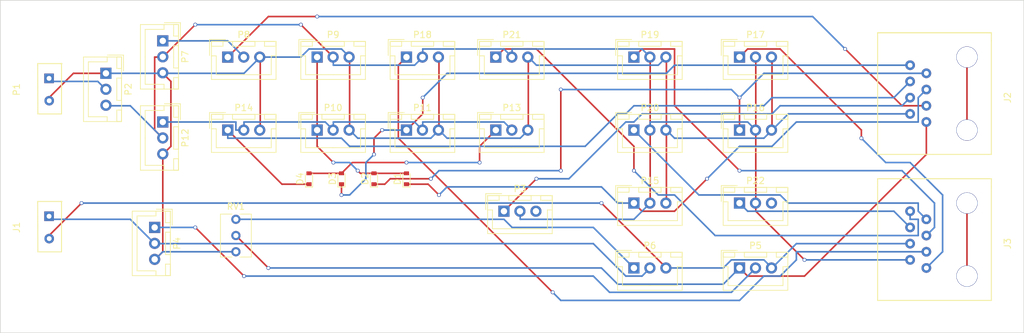
<source format=kicad_pcb>
(kicad_pcb (version 4) (host pcbnew 4.0.7-e2-6376~58~ubuntu16.04.1)

  (general
    (links 70)
    (no_connects 0)
    (area 59.985 60.159999 216.975 105.905)
    (thickness 1.6)
    (drawings 5)
    (tracks 353)
    (zones 0)
    (modules 30)
    (nets 29)
  )

  (page A4)
  (layers
    (0 F.Cu signal)
    (31 B.Cu signal)
    (32 B.Adhes user)
    (33 F.Adhes user)
    (34 B.Paste user)
    (35 F.Paste user)
    (36 B.SilkS user)
    (37 F.SilkS user)
    (38 B.Mask user)
    (39 F.Mask user)
    (40 Dwgs.User user)
    (41 Cmts.User user)
    (42 Eco1.User user)
    (43 Eco2.User user)
    (44 Edge.Cuts user)
    (45 Margin user)
    (46 B.CrtYd user)
    (47 F.CrtYd user)
    (48 B.Fab user)
    (49 F.Fab user)
  )

  (setup
    (last_trace_width 0.25)
    (trace_clearance 0.2)
    (zone_clearance 0.508)
    (zone_45_only no)
    (trace_min 0.2)
    (segment_width 0.2)
    (edge_width 0.1)
    (via_size 0.6)
    (via_drill 0.4)
    (via_min_size 0.4)
    (via_min_drill 0.3)
    (uvia_size 0.3)
    (uvia_drill 0.1)
    (uvias_allowed no)
    (uvia_min_size 0.2)
    (uvia_min_drill 0.1)
    (pcb_text_width 0.3)
    (pcb_text_size 1.5 1.5)
    (mod_edge_width 0.15)
    (mod_text_size 1 1)
    (mod_text_width 0.15)
    (pad_size 1.5 1.5)
    (pad_drill 0.6)
    (pad_to_mask_clearance 0)
    (aux_axis_origin 0 0)
    (visible_elements 7FFFFFFF)
    (pcbplotparams
      (layerselection 0x00030_80000001)
      (usegerberextensions false)
      (excludeedgelayer true)
      (linewidth 0.100000)
      (plotframeref false)
      (viasonmask false)
      (mode 1)
      (useauxorigin false)
      (hpglpennumber 1)
      (hpglpenspeed 20)
      (hpglpendiameter 15)
      (hpglpenoverlay 2)
      (psnegative false)
      (psa4output false)
      (plotreference true)
      (plotvalue true)
      (plotinvisibletext false)
      (padsonsilk false)
      (subtractmaskfromsilk false)
      (outputformat 1)
      (mirror false)
      (drillshape 1)
      (scaleselection 1)
      (outputdirectory ""))
  )

  (net 0 "")
  (net 1 "Net-(D1-Pad1)")
  (net 2 "Net-(D1-Pad2)")
  (net 3 "Net-(D2-Pad1)")
  (net 4 "Net-(D3-Pad1)")
  (net 5 "Net-(D3-Pad2)")
  (net 6 "Net-(D4-Pad1)")
  (net 7 "Net-(J1-Pad2)")
  (net 8 "Net-(J1-Pad1)")
  (net 9 "Net-(J2-Pad9)")
  (net 10 "Net-(J2-Pad1)")
  (net 11 "Net-(J2-Pad2)")
  (net 12 "Net-(J2-Pad7)")
  (net 13 "Net-(J2-Pad8)")
  (net 14 "Net-(J3-Pad9)")
  (net 15 "Net-(J3-Pad1)")
  (net 16 "Net-(J3-Pad3)")
  (net 17 "Net-(J3-Pad4)")
  (net 18 "Net-(J3-Pad5)")
  (net 19 "Net-(J3-Pad6)")
  (net 20 "Net-(J3-Pad7)")
  (net 21 "Net-(J3-Pad8)")
  (net 22 "Net-(P1-Pad1)")
  (net 23 "Net-(P3-Pad3)")
  (net 24 "Net-(P4-Pad1)")
  (net 25 "Net-(P6-Pad1)")
  (net 26 "Net-(P7-Pad1)")
  (net 27 "Net-(P10-Pad2)")
  (net 28 "Net-(P22-Pad3)")

  (net_class Default "This is the default net class."
    (clearance 0.2)
    (trace_width 0.25)
    (via_dia 0.6)
    (via_drill 0.4)
    (uvia_dia 0.3)
    (uvia_drill 0.1)
    (add_net "Net-(D1-Pad1)")
    (add_net "Net-(D1-Pad2)")
    (add_net "Net-(D2-Pad1)")
    (add_net "Net-(D3-Pad1)")
    (add_net "Net-(D3-Pad2)")
    (add_net "Net-(D4-Pad1)")
    (add_net "Net-(J1-Pad1)")
    (add_net "Net-(J1-Pad2)")
    (add_net "Net-(J2-Pad1)")
    (add_net "Net-(J2-Pad2)")
    (add_net "Net-(J2-Pad7)")
    (add_net "Net-(J2-Pad8)")
    (add_net "Net-(J2-Pad9)")
    (add_net "Net-(J3-Pad1)")
    (add_net "Net-(J3-Pad3)")
    (add_net "Net-(J3-Pad4)")
    (add_net "Net-(J3-Pad5)")
    (add_net "Net-(J3-Pad6)")
    (add_net "Net-(J3-Pad7)")
    (add_net "Net-(J3-Pad8)")
    (add_net "Net-(J3-Pad9)")
    (add_net "Net-(P1-Pad1)")
    (add_net "Net-(P10-Pad2)")
    (add_net "Net-(P22-Pad3)")
    (add_net "Net-(P3-Pad3)")
    (add_net "Net-(P4-Pad1)")
    (add_net "Net-(P6-Pad1)")
    (add_net "Net-(P7-Pad1)")
  )

  (module Diodes_SMD:D_0603 (layer F.Cu) (tedit 590CE922) (tstamp 5ACD5491)
    (at 121.92 86.36 90)
    (descr "Diode SMD in 0603 package http://datasheets.avx.com/schottky.pdf")
    (tags "smd diode")
    (path /5AB2D04F)
    (attr smd)
    (fp_text reference D1 (at 0 -1.4 90) (layer F.SilkS)
      (effects (font (size 1 1) (thickness 0.15)))
    )
    (fp_text value D_Schottky (at 0 1.4 90) (layer F.Fab)
      (effects (font (size 1 1) (thickness 0.15)))
    )
    (fp_text user %R (at 0 -1.4 90) (layer F.Fab)
      (effects (font (size 1 1) (thickness 0.15)))
    )
    (fp_line (start -1.3 -0.57) (end -1.3 0.57) (layer F.SilkS) (width 0.12))
    (fp_line (start 1.4 0.67) (end 1.4 -0.67) (layer F.CrtYd) (width 0.05))
    (fp_line (start -1.4 0.67) (end 1.4 0.67) (layer F.CrtYd) (width 0.05))
    (fp_line (start -1.4 -0.67) (end -1.4 0.67) (layer F.CrtYd) (width 0.05))
    (fp_line (start 1.4 -0.67) (end -1.4 -0.67) (layer F.CrtYd) (width 0.05))
    (fp_line (start 0.2 0) (end 0.4 0) (layer F.Fab) (width 0.1))
    (fp_line (start -0.1 0) (end -0.3 0) (layer F.Fab) (width 0.1))
    (fp_line (start -0.1 -0.2) (end -0.1 0.2) (layer F.Fab) (width 0.1))
    (fp_line (start 0.2 0.2) (end 0.2 -0.2) (layer F.Fab) (width 0.1))
    (fp_line (start -0.1 0) (end 0.2 0.2) (layer F.Fab) (width 0.1))
    (fp_line (start 0.2 -0.2) (end -0.1 0) (layer F.Fab) (width 0.1))
    (fp_line (start -0.8 0.45) (end -0.8 -0.45) (layer F.Fab) (width 0.1))
    (fp_line (start 0.8 0.45) (end -0.8 0.45) (layer F.Fab) (width 0.1))
    (fp_line (start 0.8 -0.45) (end 0.8 0.45) (layer F.Fab) (width 0.1))
    (fp_line (start -0.8 -0.45) (end 0.8 -0.45) (layer F.Fab) (width 0.1))
    (fp_line (start -1.3 0.57) (end 0.8 0.57) (layer F.SilkS) (width 0.12))
    (fp_line (start -1.3 -0.57) (end 0.8 -0.57) (layer F.SilkS) (width 0.12))
    (pad 1 smd rect (at -0.85 0 90) (size 0.6 0.8) (layers F.Cu F.Paste F.Mask)
      (net 1 "Net-(D1-Pad1)"))
    (pad 2 smd rect (at 0.85 0 90) (size 0.6 0.8) (layers F.Cu F.Paste F.Mask)
      (net 2 "Net-(D1-Pad2)"))
    (model ${KISYS3DMOD}/Diodes_SMD.3dshapes/D_0603.wrl
      (at (xyz 0 0 0))
      (scale (xyz 1 1 1))
      (rotate (xyz 0 0 0))
    )
  )

  (module Diodes_SMD:D_0603 (layer F.Cu) (tedit 590CE922) (tstamp 5ACD5497)
    (at 116.84 86.36 90)
    (descr "Diode SMD in 0603 package http://datasheets.avx.com/schottky.pdf")
    (tags "smd diode")
    (path /5AB2D1C4)
    (attr smd)
    (fp_text reference D2 (at 0 -1.4 90) (layer F.SilkS)
      (effects (font (size 1 1) (thickness 0.15)))
    )
    (fp_text value D_Schottky (at 0 1.4 90) (layer F.Fab)
      (effects (font (size 1 1) (thickness 0.15)))
    )
    (fp_text user %R (at 0 -1.4 90) (layer F.Fab)
      (effects (font (size 1 1) (thickness 0.15)))
    )
    (fp_line (start -1.3 -0.57) (end -1.3 0.57) (layer F.SilkS) (width 0.12))
    (fp_line (start 1.4 0.67) (end 1.4 -0.67) (layer F.CrtYd) (width 0.05))
    (fp_line (start -1.4 0.67) (end 1.4 0.67) (layer F.CrtYd) (width 0.05))
    (fp_line (start -1.4 -0.67) (end -1.4 0.67) (layer F.CrtYd) (width 0.05))
    (fp_line (start 1.4 -0.67) (end -1.4 -0.67) (layer F.CrtYd) (width 0.05))
    (fp_line (start 0.2 0) (end 0.4 0) (layer F.Fab) (width 0.1))
    (fp_line (start -0.1 0) (end -0.3 0) (layer F.Fab) (width 0.1))
    (fp_line (start -0.1 -0.2) (end -0.1 0.2) (layer F.Fab) (width 0.1))
    (fp_line (start 0.2 0.2) (end 0.2 -0.2) (layer F.Fab) (width 0.1))
    (fp_line (start -0.1 0) (end 0.2 0.2) (layer F.Fab) (width 0.1))
    (fp_line (start 0.2 -0.2) (end -0.1 0) (layer F.Fab) (width 0.1))
    (fp_line (start -0.8 0.45) (end -0.8 -0.45) (layer F.Fab) (width 0.1))
    (fp_line (start 0.8 0.45) (end -0.8 0.45) (layer F.Fab) (width 0.1))
    (fp_line (start 0.8 -0.45) (end 0.8 0.45) (layer F.Fab) (width 0.1))
    (fp_line (start -0.8 -0.45) (end 0.8 -0.45) (layer F.Fab) (width 0.1))
    (fp_line (start -1.3 0.57) (end 0.8 0.57) (layer F.SilkS) (width 0.12))
    (fp_line (start -1.3 -0.57) (end 0.8 -0.57) (layer F.SilkS) (width 0.12))
    (pad 1 smd rect (at -0.85 0 90) (size 0.6 0.8) (layers F.Cu F.Paste F.Mask)
      (net 3 "Net-(D2-Pad1)"))
    (pad 2 smd rect (at 0.85 0 90) (size 0.6 0.8) (layers F.Cu F.Paste F.Mask)
      (net 2 "Net-(D1-Pad2)"))
    (model ${KISYS3DMOD}/Diodes_SMD.3dshapes/D_0603.wrl
      (at (xyz 0 0 0))
      (scale (xyz 1 1 1))
      (rotate (xyz 0 0 0))
    )
  )

  (module Diodes_SMD:D_0603 (layer F.Cu) (tedit 590CE922) (tstamp 5ACD549D)
    (at 111.76 86.36 90)
    (descr "Diode SMD in 0603 package http://datasheets.avx.com/schottky.pdf")
    (tags "smd diode")
    (path /5AB2D255)
    (attr smd)
    (fp_text reference D3 (at 0 -1.4 90) (layer F.SilkS)
      (effects (font (size 1 1) (thickness 0.15)))
    )
    (fp_text value D_Schottky (at 0 1.4 90) (layer F.Fab)
      (effects (font (size 1 1) (thickness 0.15)))
    )
    (fp_text user %R (at 0 -1.4 90) (layer F.Fab)
      (effects (font (size 1 1) (thickness 0.15)))
    )
    (fp_line (start -1.3 -0.57) (end -1.3 0.57) (layer F.SilkS) (width 0.12))
    (fp_line (start 1.4 0.67) (end 1.4 -0.67) (layer F.CrtYd) (width 0.05))
    (fp_line (start -1.4 0.67) (end 1.4 0.67) (layer F.CrtYd) (width 0.05))
    (fp_line (start -1.4 -0.67) (end -1.4 0.67) (layer F.CrtYd) (width 0.05))
    (fp_line (start 1.4 -0.67) (end -1.4 -0.67) (layer F.CrtYd) (width 0.05))
    (fp_line (start 0.2 0) (end 0.4 0) (layer F.Fab) (width 0.1))
    (fp_line (start -0.1 0) (end -0.3 0) (layer F.Fab) (width 0.1))
    (fp_line (start -0.1 -0.2) (end -0.1 0.2) (layer F.Fab) (width 0.1))
    (fp_line (start 0.2 0.2) (end 0.2 -0.2) (layer F.Fab) (width 0.1))
    (fp_line (start -0.1 0) (end 0.2 0.2) (layer F.Fab) (width 0.1))
    (fp_line (start 0.2 -0.2) (end -0.1 0) (layer F.Fab) (width 0.1))
    (fp_line (start -0.8 0.45) (end -0.8 -0.45) (layer F.Fab) (width 0.1))
    (fp_line (start 0.8 0.45) (end -0.8 0.45) (layer F.Fab) (width 0.1))
    (fp_line (start 0.8 -0.45) (end 0.8 0.45) (layer F.Fab) (width 0.1))
    (fp_line (start -0.8 -0.45) (end 0.8 -0.45) (layer F.Fab) (width 0.1))
    (fp_line (start -1.3 0.57) (end 0.8 0.57) (layer F.SilkS) (width 0.12))
    (fp_line (start -1.3 -0.57) (end 0.8 -0.57) (layer F.SilkS) (width 0.12))
    (pad 1 smd rect (at -0.85 0 90) (size 0.6 0.8) (layers F.Cu F.Paste F.Mask)
      (net 4 "Net-(D3-Pad1)"))
    (pad 2 smd rect (at 0.85 0 90) (size 0.6 0.8) (layers F.Cu F.Paste F.Mask)
      (net 5 "Net-(D3-Pad2)"))
    (model ${KISYS3DMOD}/Diodes_SMD.3dshapes/D_0603.wrl
      (at (xyz 0 0 0))
      (scale (xyz 1 1 1))
      (rotate (xyz 0 0 0))
    )
  )

  (module Diodes_SMD:D_0603 (layer F.Cu) (tedit 590CE922) (tstamp 5ACD54A3)
    (at 106.68 86.36 90)
    (descr "Diode SMD in 0603 package http://datasheets.avx.com/schottky.pdf")
    (tags "smd diode")
    (path /5AB2D2C6)
    (attr smd)
    (fp_text reference D4 (at 0 -1.4 90) (layer F.SilkS)
      (effects (font (size 1 1) (thickness 0.15)))
    )
    (fp_text value D_Schottky (at 0 1.4 90) (layer F.Fab)
      (effects (font (size 1 1) (thickness 0.15)))
    )
    (fp_text user %R (at 0 -1.4 90) (layer F.Fab)
      (effects (font (size 1 1) (thickness 0.15)))
    )
    (fp_line (start -1.3 -0.57) (end -1.3 0.57) (layer F.SilkS) (width 0.12))
    (fp_line (start 1.4 0.67) (end 1.4 -0.67) (layer F.CrtYd) (width 0.05))
    (fp_line (start -1.4 0.67) (end 1.4 0.67) (layer F.CrtYd) (width 0.05))
    (fp_line (start -1.4 -0.67) (end -1.4 0.67) (layer F.CrtYd) (width 0.05))
    (fp_line (start 1.4 -0.67) (end -1.4 -0.67) (layer F.CrtYd) (width 0.05))
    (fp_line (start 0.2 0) (end 0.4 0) (layer F.Fab) (width 0.1))
    (fp_line (start -0.1 0) (end -0.3 0) (layer F.Fab) (width 0.1))
    (fp_line (start -0.1 -0.2) (end -0.1 0.2) (layer F.Fab) (width 0.1))
    (fp_line (start 0.2 0.2) (end 0.2 -0.2) (layer F.Fab) (width 0.1))
    (fp_line (start -0.1 0) (end 0.2 0.2) (layer F.Fab) (width 0.1))
    (fp_line (start 0.2 -0.2) (end -0.1 0) (layer F.Fab) (width 0.1))
    (fp_line (start -0.8 0.45) (end -0.8 -0.45) (layer F.Fab) (width 0.1))
    (fp_line (start 0.8 0.45) (end -0.8 0.45) (layer F.Fab) (width 0.1))
    (fp_line (start 0.8 -0.45) (end 0.8 0.45) (layer F.Fab) (width 0.1))
    (fp_line (start -0.8 -0.45) (end 0.8 -0.45) (layer F.Fab) (width 0.1))
    (fp_line (start -1.3 0.57) (end 0.8 0.57) (layer F.SilkS) (width 0.12))
    (fp_line (start -1.3 -0.57) (end 0.8 -0.57) (layer F.SilkS) (width 0.12))
    (pad 1 smd rect (at -0.85 0 90) (size 0.6 0.8) (layers F.Cu F.Paste F.Mask)
      (net 6 "Net-(D4-Pad1)"))
    (pad 2 smd rect (at 0.85 0 90) (size 0.6 0.8) (layers F.Cu F.Paste F.Mask)
      (net 5 "Net-(D3-Pad2)"))
    (model ${KISYS3DMOD}/Diodes_SMD.3dshapes/D_0603.wrl
      (at (xyz 0 0 0))
      (scale (xyz 1 1 1))
      (rotate (xyz 0 0 0))
    )
  )

  (module Acs:MolexFemale (layer F.Cu) (tedit 5AC6A70D) (tstamp 5ACD54A9)
    (at 66.04 93.98 270)
    (path /5AB0FE81)
    (fp_text reference J1 (at 0 5.08 270) (layer F.SilkS)
      (effects (font (size 1 1) (thickness 0.15)))
    )
    (fp_text value "5v? Igniter power source" (at 0 2.54 270) (layer F.Fab)
      (effects (font (size 1 1) (thickness 0.15)))
    )
    (fp_line (start -4.1 -1.95) (end 3.825 -1.95) (layer F.SilkS) (width 0.15))
    (fp_line (start 3.825 -1.95) (end 3.825 1.75) (layer F.SilkS) (width 0.15))
    (fp_line (start 3.825 1.75) (end -3.81 1.778) (layer F.SilkS) (width 0.15))
    (fp_line (start -3.81 1.778) (end -4.064 1.778) (layer F.SilkS) (width 0.15))
    (fp_line (start -4.064 1.778) (end -4.064 -1.778) (layer F.SilkS) (width 0.15))
    (fp_line (start -4.064 -1.778) (end -4.064 -2.032) (layer F.SilkS) (width 0.15))
    (pad 2 thru_hole circle (at 1.75 -0.025 270) (size 1.5 1.5) (drill 0.762) (layers *.Cu *.Mask)
      (net 7 "Net-(J1-Pad2)"))
    (pad 1 thru_hole rect (at -1.75 0 270) (size 1.5 1.5) (drill 0.762) (layers *.Cu *.Mask)
      (net 8 "Net-(J1-Pad1)"))
  )

  (module "Acs_Ethernet:rj45 ethernet" (layer F.Cu) (tedit 5AC8023D) (tstamp 5ACD54B7)
    (at 201.93 72.39 90)
    (path /5AAD9AFA)
    (fp_text reference J2 (at -1.27 13.97 90) (layer F.SilkS)
      (effects (font (size 1 1) (thickness 0.15)))
    )
    (fp_text value RJ45 (at -1.27 12.7 90) (layer F.Fab)
      (effects (font (size 1 1) (thickness 0.15)))
    )
    (fp_line (start 7.62 -6.35) (end 8.89 -6.35) (layer F.SilkS) (width 0.15))
    (fp_line (start 8.89 -6.35) (end 8.89 11.43) (layer F.SilkS) (width 0.15))
    (fp_line (start 8.89 11.43) (end 7.62 11.43) (layer F.SilkS) (width 0.15))
    (fp_line (start -10.16 11.43) (end 7.62 11.43) (layer F.SilkS) (width 0.15))
    (fp_line (start 8.89 11.43) (end 8.89 -6.35) (layer F.SilkS) (width 0.15))
    (fp_line (start 7.62 -6.35) (end -10.16 -6.35) (layer F.SilkS) (width 0.15))
    (fp_line (start -10.16 -6.35) (end -10.16 11.43) (layer F.SilkS) (width 0.15))
    (pad 9 thru_hole circle (at 5.08 7.62 90) (size 3.3 3.3) (drill 3.2) (layers *.Cu *.Mask)
      (net 9 "Net-(J2-Pad9)"))
    (pad 1 thru_hole circle (at -3.81 -1.27 90) (size 1.524 1.524) (drill 0.762) (layers *.Cu *.Mask)
      (net 10 "Net-(J2-Pad1)"))
    (pad 2 thru_hole circle (at -1.27 -1.27 90) (size 1.524 1.524) (drill 0.762) (layers *.Cu *.Mask)
      (net 11 "Net-(J2-Pad2)"))
    (pad 3 thru_hole circle (at 1.27 -1.27 90) (size 1.524 1.524) (drill 0.762) (layers *.Cu *.Mask)
      (net 6 "Net-(D4-Pad1)"))
    (pad 4 thru_hole circle (at 3.81 -1.27 90) (size 1.524 1.524) (drill 0.762) (layers *.Cu *.Mask)
      (net 4 "Net-(D3-Pad1)"))
    (pad 5 thru_hole circle (at 2.54 1.27 90) (size 1.524 1.524) (drill 0.762) (layers *.Cu *.Mask)
      (net 3 "Net-(D2-Pad1)"))
    (pad 6 thru_hole circle (at 0 1.27 90) (size 1.524 1.524) (drill 0.762) (layers *.Cu *.Mask)
      (net 1 "Net-(D1-Pad1)"))
    (pad 7 thru_hole circle (at -2.54 1.27 90) (size 1.524 1.524) (drill 0.762) (layers *.Cu *.Mask)
      (net 12 "Net-(J2-Pad7)"))
    (pad 8 thru_hole circle (at -5.08 1.27 90) (size 1.524 1.524) (drill 0.762) (layers *.Cu *.Mask)
      (net 13 "Net-(J2-Pad8)"))
    (pad 9 thru_hole circle (at -6.35 7.62 90) (size 3.3 3.3) (drill 3.2) (layers *.Cu *.Mask)
      (net 9 "Net-(J2-Pad9)"))
  )

  (module "Acs_Ethernet:rj45 ethernet" (layer F.Cu) (tedit 5AC8023D) (tstamp 5ACD54C5)
    (at 201.93 95.25 90)
    (path /5AAD9BED)
    (fp_text reference J3 (at -1.27 13.97 90) (layer F.SilkS)
      (effects (font (size 1 1) (thickness 0.15)))
    )
    (fp_text value RJ45 (at -1.27 12.7 90) (layer F.Fab)
      (effects (font (size 1 1) (thickness 0.15)))
    )
    (fp_line (start 7.62 -6.35) (end 8.89 -6.35) (layer F.SilkS) (width 0.15))
    (fp_line (start 8.89 -6.35) (end 8.89 11.43) (layer F.SilkS) (width 0.15))
    (fp_line (start 8.89 11.43) (end 7.62 11.43) (layer F.SilkS) (width 0.15))
    (fp_line (start -10.16 11.43) (end 7.62 11.43) (layer F.SilkS) (width 0.15))
    (fp_line (start 8.89 11.43) (end 8.89 -6.35) (layer F.SilkS) (width 0.15))
    (fp_line (start 7.62 -6.35) (end -10.16 -6.35) (layer F.SilkS) (width 0.15))
    (fp_line (start -10.16 -6.35) (end -10.16 11.43) (layer F.SilkS) (width 0.15))
    (pad 9 thru_hole circle (at 5.08 7.62 90) (size 3.3 3.3) (drill 3.2) (layers *.Cu *.Mask)
      (net 14 "Net-(J3-Pad9)"))
    (pad 1 thru_hole circle (at -3.81 -1.27 90) (size 1.524 1.524) (drill 0.762) (layers *.Cu *.Mask)
      (net 15 "Net-(J3-Pad1)"))
    (pad 2 thru_hole circle (at -1.27 -1.27 90) (size 1.524 1.524) (drill 0.762) (layers *.Cu *.Mask)
      (net 7 "Net-(J1-Pad2)"))
    (pad 3 thru_hole circle (at 1.27 -1.27 90) (size 1.524 1.524) (drill 0.762) (layers *.Cu *.Mask)
      (net 16 "Net-(J3-Pad3)"))
    (pad 4 thru_hole circle (at 3.81 -1.27 90) (size 1.524 1.524) (drill 0.762) (layers *.Cu *.Mask)
      (net 17 "Net-(J3-Pad4)"))
    (pad 5 thru_hole circle (at 2.54 1.27 90) (size 1.524 1.524) (drill 0.762) (layers *.Cu *.Mask)
      (net 18 "Net-(J3-Pad5)"))
    (pad 6 thru_hole circle (at 0 1.27 90) (size 1.524 1.524) (drill 0.762) (layers *.Cu *.Mask)
      (net 19 "Net-(J3-Pad6)"))
    (pad 7 thru_hole circle (at -2.54 1.27 90) (size 1.524 1.524) (drill 0.762) (layers *.Cu *.Mask)
      (net 20 "Net-(J3-Pad7)"))
    (pad 8 thru_hole circle (at -5.08 1.27 90) (size 1.524 1.524) (drill 0.762) (layers *.Cu *.Mask)
      (net 21 "Net-(J3-Pad8)"))
    (pad 9 thru_hole circle (at -6.35 7.62 90) (size 3.3 3.3) (drill 3.2) (layers *.Cu *.Mask)
      (net 14 "Net-(J3-Pad9)"))
  )

  (module Acs:MolexFemale (layer F.Cu) (tedit 5AC6A70D) (tstamp 5ACD54CB)
    (at 66.04 72.39 270)
    (path /5AAD8AE8)
    (fp_text reference P1 (at 0 5.08 270) (layer F.SilkS)
      (effects (font (size 1 1) (thickness 0.15)))
    )
    (fp_text value CONN_01X02 (at 0 2.54 270) (layer F.Fab)
      (effects (font (size 1 1) (thickness 0.15)))
    )
    (fp_line (start -4.1 -1.95) (end 3.825 -1.95) (layer F.SilkS) (width 0.15))
    (fp_line (start 3.825 -1.95) (end 3.825 1.75) (layer F.SilkS) (width 0.15))
    (fp_line (start 3.825 1.75) (end -3.81 1.778) (layer F.SilkS) (width 0.15))
    (fp_line (start -3.81 1.778) (end -4.064 1.778) (layer F.SilkS) (width 0.15))
    (fp_line (start -4.064 1.778) (end -4.064 -1.778) (layer F.SilkS) (width 0.15))
    (fp_line (start -4.064 -1.778) (end -4.064 -2.032) (layer F.SilkS) (width 0.15))
    (pad 2 thru_hole circle (at 1.75 -0.025 270) (size 1.5 1.5) (drill 0.762) (layers *.Cu *.Mask)
      (net 10 "Net-(J2-Pad1)"))
    (pad 1 thru_hole rect (at -1.75 0 270) (size 1.5 1.5) (drill 0.762) (layers *.Cu *.Mask)
      (net 22 "Net-(P1-Pad1)"))
  )

  (module Connectors_JST:JST_XH_B03B-XH-A_03x2.50mm_Straight (layer F.Cu) (tedit 58EAE7F0) (tstamp 5ACD54D2)
    (at 74.93 69.85 270)
    (descr "JST XH series connector, B03B-XH-A, top entry type, through hole")
    (tags "connector jst xh tht top vertical 2.50mm")
    (path /5AB1A348)
    (fp_text reference P2 (at 2.5 -3.5 270) (layer F.SilkS)
      (effects (font (size 1 1) (thickness 0.15)))
    )
    (fp_text value "Main On/Off" (at 2.5 4.5 270) (layer F.Fab)
      (effects (font (size 1 1) (thickness 0.15)))
    )
    (fp_line (start -2.45 -2.35) (end -2.45 3.4) (layer F.Fab) (width 0.1))
    (fp_line (start -2.45 3.4) (end 7.45 3.4) (layer F.Fab) (width 0.1))
    (fp_line (start 7.45 3.4) (end 7.45 -2.35) (layer F.Fab) (width 0.1))
    (fp_line (start 7.45 -2.35) (end -2.45 -2.35) (layer F.Fab) (width 0.1))
    (fp_line (start -2.95 -2.85) (end -2.95 3.9) (layer F.CrtYd) (width 0.05))
    (fp_line (start -2.95 3.9) (end 7.95 3.9) (layer F.CrtYd) (width 0.05))
    (fp_line (start 7.95 3.9) (end 7.95 -2.85) (layer F.CrtYd) (width 0.05))
    (fp_line (start 7.95 -2.85) (end -2.95 -2.85) (layer F.CrtYd) (width 0.05))
    (fp_line (start -2.55 -2.45) (end -2.55 3.5) (layer F.SilkS) (width 0.12))
    (fp_line (start -2.55 3.5) (end 7.55 3.5) (layer F.SilkS) (width 0.12))
    (fp_line (start 7.55 3.5) (end 7.55 -2.45) (layer F.SilkS) (width 0.12))
    (fp_line (start 7.55 -2.45) (end -2.55 -2.45) (layer F.SilkS) (width 0.12))
    (fp_line (start 0.75 -2.45) (end 0.75 -1.7) (layer F.SilkS) (width 0.12))
    (fp_line (start 0.75 -1.7) (end 4.25 -1.7) (layer F.SilkS) (width 0.12))
    (fp_line (start 4.25 -1.7) (end 4.25 -2.45) (layer F.SilkS) (width 0.12))
    (fp_line (start 4.25 -2.45) (end 0.75 -2.45) (layer F.SilkS) (width 0.12))
    (fp_line (start -2.55 -2.45) (end -2.55 -1.7) (layer F.SilkS) (width 0.12))
    (fp_line (start -2.55 -1.7) (end -0.75 -1.7) (layer F.SilkS) (width 0.12))
    (fp_line (start -0.75 -1.7) (end -0.75 -2.45) (layer F.SilkS) (width 0.12))
    (fp_line (start -0.75 -2.45) (end -2.55 -2.45) (layer F.SilkS) (width 0.12))
    (fp_line (start 5.75 -2.45) (end 5.75 -1.7) (layer F.SilkS) (width 0.12))
    (fp_line (start 5.75 -1.7) (end 7.55 -1.7) (layer F.SilkS) (width 0.12))
    (fp_line (start 7.55 -1.7) (end 7.55 -2.45) (layer F.SilkS) (width 0.12))
    (fp_line (start 7.55 -2.45) (end 5.75 -2.45) (layer F.SilkS) (width 0.12))
    (fp_line (start -2.55 -0.2) (end -1.8 -0.2) (layer F.SilkS) (width 0.12))
    (fp_line (start -1.8 -0.2) (end -1.8 2.75) (layer F.SilkS) (width 0.12))
    (fp_line (start -1.8 2.75) (end 2.5 2.75) (layer F.SilkS) (width 0.12))
    (fp_line (start 7.55 -0.2) (end 6.8 -0.2) (layer F.SilkS) (width 0.12))
    (fp_line (start 6.8 -0.2) (end 6.8 2.75) (layer F.SilkS) (width 0.12))
    (fp_line (start 6.8 2.75) (end 2.5 2.75) (layer F.SilkS) (width 0.12))
    (fp_line (start -0.35 -2.75) (end -2.85 -2.75) (layer F.SilkS) (width 0.12))
    (fp_line (start -2.85 -2.75) (end -2.85 -0.25) (layer F.SilkS) (width 0.12))
    (fp_line (start -0.35 -2.75) (end -2.85 -2.75) (layer F.Fab) (width 0.1))
    (fp_line (start -2.85 -2.75) (end -2.85 -0.25) (layer F.Fab) (width 0.1))
    (fp_text user %R (at 2.5 2.5 270) (layer F.Fab)
      (effects (font (size 1 1) (thickness 0.15)))
    )
    (pad 1 thru_hole rect (at 0 0 270) (size 1.75 1.75) (drill 1) (layers *.Cu *.Mask)
      (net 10 "Net-(J2-Pad1)"))
    (pad 2 thru_hole circle (at 2.5 0 270) (size 1.75 1.75) (drill 1) (layers *.Cu *.Mask)
      (net 22 "Net-(P1-Pad1)"))
    (pad 3 thru_hole circle (at 5 0 270) (size 1.75 1.75) (drill 1) (layers *.Cu *.Mask)
      (net 15 "Net-(J3-Pad1)"))
    (model Connectors_JST.3dshapes/JST_XH_B03B-XH-A_03x2.50mm_Straight.wrl
      (at (xyz 0 0 0))
      (scale (xyz 1 1 1))
      (rotate (xyz 0 0 0))
    )
  )

  (module Connectors_JST:JST_XH_B03B-XH-A_03x2.50mm_Straight (layer F.Cu) (tedit 58EAE7F0) (tstamp 5ACD54D9)
    (at 137.16 91.44)
    (descr "JST XH series connector, B03B-XH-A, top entry type, through hole")
    (tags "connector jst xh tht top vertical 2.50mm")
    (path /5AADBA59)
    (fp_text reference P3 (at 2.5 -3.5) (layer F.SilkS)
      (effects (font (size 1 1) (thickness 0.15)))
    )
    (fp_text value BRKWR (at 2.5 4.5) (layer F.Fab)
      (effects (font (size 1 1) (thickness 0.15)))
    )
    (fp_line (start -2.45 -2.35) (end -2.45 3.4) (layer F.Fab) (width 0.1))
    (fp_line (start -2.45 3.4) (end 7.45 3.4) (layer F.Fab) (width 0.1))
    (fp_line (start 7.45 3.4) (end 7.45 -2.35) (layer F.Fab) (width 0.1))
    (fp_line (start 7.45 -2.35) (end -2.45 -2.35) (layer F.Fab) (width 0.1))
    (fp_line (start -2.95 -2.85) (end -2.95 3.9) (layer F.CrtYd) (width 0.05))
    (fp_line (start -2.95 3.9) (end 7.95 3.9) (layer F.CrtYd) (width 0.05))
    (fp_line (start 7.95 3.9) (end 7.95 -2.85) (layer F.CrtYd) (width 0.05))
    (fp_line (start 7.95 -2.85) (end -2.95 -2.85) (layer F.CrtYd) (width 0.05))
    (fp_line (start -2.55 -2.45) (end -2.55 3.5) (layer F.SilkS) (width 0.12))
    (fp_line (start -2.55 3.5) (end 7.55 3.5) (layer F.SilkS) (width 0.12))
    (fp_line (start 7.55 3.5) (end 7.55 -2.45) (layer F.SilkS) (width 0.12))
    (fp_line (start 7.55 -2.45) (end -2.55 -2.45) (layer F.SilkS) (width 0.12))
    (fp_line (start 0.75 -2.45) (end 0.75 -1.7) (layer F.SilkS) (width 0.12))
    (fp_line (start 0.75 -1.7) (end 4.25 -1.7) (layer F.SilkS) (width 0.12))
    (fp_line (start 4.25 -1.7) (end 4.25 -2.45) (layer F.SilkS) (width 0.12))
    (fp_line (start 4.25 -2.45) (end 0.75 -2.45) (layer F.SilkS) (width 0.12))
    (fp_line (start -2.55 -2.45) (end -2.55 -1.7) (layer F.SilkS) (width 0.12))
    (fp_line (start -2.55 -1.7) (end -0.75 -1.7) (layer F.SilkS) (width 0.12))
    (fp_line (start -0.75 -1.7) (end -0.75 -2.45) (layer F.SilkS) (width 0.12))
    (fp_line (start -0.75 -2.45) (end -2.55 -2.45) (layer F.SilkS) (width 0.12))
    (fp_line (start 5.75 -2.45) (end 5.75 -1.7) (layer F.SilkS) (width 0.12))
    (fp_line (start 5.75 -1.7) (end 7.55 -1.7) (layer F.SilkS) (width 0.12))
    (fp_line (start 7.55 -1.7) (end 7.55 -2.45) (layer F.SilkS) (width 0.12))
    (fp_line (start 7.55 -2.45) (end 5.75 -2.45) (layer F.SilkS) (width 0.12))
    (fp_line (start -2.55 -0.2) (end -1.8 -0.2) (layer F.SilkS) (width 0.12))
    (fp_line (start -1.8 -0.2) (end -1.8 2.75) (layer F.SilkS) (width 0.12))
    (fp_line (start -1.8 2.75) (end 2.5 2.75) (layer F.SilkS) (width 0.12))
    (fp_line (start 7.55 -0.2) (end 6.8 -0.2) (layer F.SilkS) (width 0.12))
    (fp_line (start 6.8 -0.2) (end 6.8 2.75) (layer F.SilkS) (width 0.12))
    (fp_line (start 6.8 2.75) (end 2.5 2.75) (layer F.SilkS) (width 0.12))
    (fp_line (start -0.35 -2.75) (end -2.85 -2.75) (layer F.SilkS) (width 0.12))
    (fp_line (start -2.85 -2.75) (end -2.85 -0.25) (layer F.SilkS) (width 0.12))
    (fp_line (start -0.35 -2.75) (end -2.85 -2.75) (layer F.Fab) (width 0.1))
    (fp_line (start -2.85 -2.75) (end -2.85 -0.25) (layer F.Fab) (width 0.1))
    (fp_text user %R (at 2.5 2.5) (layer F.Fab)
      (effects (font (size 1 1) (thickness 0.15)))
    )
    (pad 1 thru_hole rect (at 0 0) (size 1.75 1.75) (drill 1) (layers *.Cu *.Mask)
      (net 11 "Net-(J2-Pad2)"))
    (pad 2 thru_hole circle (at 2.5 0) (size 1.75 1.75) (drill 1) (layers *.Cu *.Mask)
      (net 15 "Net-(J3-Pad1)"))
    (pad 3 thru_hole circle (at 5 0) (size 1.75 1.75) (drill 1) (layers *.Cu *.Mask)
      (net 23 "Net-(P3-Pad3)"))
    (model Connectors_JST.3dshapes/JST_XH_B03B-XH-A_03x2.50mm_Straight.wrl
      (at (xyz 0 0 0))
      (scale (xyz 1 1 1))
      (rotate (xyz 0 0 0))
    )
  )

  (module Connectors_JST:JST_XH_B03B-XH-A_03x2.50mm_Straight (layer F.Cu) (tedit 58EAE7F0) (tstamp 5ACD54E0)
    (at 82.55 93.98 270)
    (descr "JST XH series connector, B03B-XH-A, top entry type, through hole")
    (tags "connector jst xh tht top vertical 2.50mm")
    (path /5AAD94A8)
    (fp_text reference P4 (at 2.5 -3.5 270) (layer F.SilkS)
      (effects (font (size 1 1) (thickness 0.15)))
    )
    (fp_text value "IGN SFT" (at 2.5 4.5 270) (layer F.Fab)
      (effects (font (size 1 1) (thickness 0.15)))
    )
    (fp_line (start -2.45 -2.35) (end -2.45 3.4) (layer F.Fab) (width 0.1))
    (fp_line (start -2.45 3.4) (end 7.45 3.4) (layer F.Fab) (width 0.1))
    (fp_line (start 7.45 3.4) (end 7.45 -2.35) (layer F.Fab) (width 0.1))
    (fp_line (start 7.45 -2.35) (end -2.45 -2.35) (layer F.Fab) (width 0.1))
    (fp_line (start -2.95 -2.85) (end -2.95 3.9) (layer F.CrtYd) (width 0.05))
    (fp_line (start -2.95 3.9) (end 7.95 3.9) (layer F.CrtYd) (width 0.05))
    (fp_line (start 7.95 3.9) (end 7.95 -2.85) (layer F.CrtYd) (width 0.05))
    (fp_line (start 7.95 -2.85) (end -2.95 -2.85) (layer F.CrtYd) (width 0.05))
    (fp_line (start -2.55 -2.45) (end -2.55 3.5) (layer F.SilkS) (width 0.12))
    (fp_line (start -2.55 3.5) (end 7.55 3.5) (layer F.SilkS) (width 0.12))
    (fp_line (start 7.55 3.5) (end 7.55 -2.45) (layer F.SilkS) (width 0.12))
    (fp_line (start 7.55 -2.45) (end -2.55 -2.45) (layer F.SilkS) (width 0.12))
    (fp_line (start 0.75 -2.45) (end 0.75 -1.7) (layer F.SilkS) (width 0.12))
    (fp_line (start 0.75 -1.7) (end 4.25 -1.7) (layer F.SilkS) (width 0.12))
    (fp_line (start 4.25 -1.7) (end 4.25 -2.45) (layer F.SilkS) (width 0.12))
    (fp_line (start 4.25 -2.45) (end 0.75 -2.45) (layer F.SilkS) (width 0.12))
    (fp_line (start -2.55 -2.45) (end -2.55 -1.7) (layer F.SilkS) (width 0.12))
    (fp_line (start -2.55 -1.7) (end -0.75 -1.7) (layer F.SilkS) (width 0.12))
    (fp_line (start -0.75 -1.7) (end -0.75 -2.45) (layer F.SilkS) (width 0.12))
    (fp_line (start -0.75 -2.45) (end -2.55 -2.45) (layer F.SilkS) (width 0.12))
    (fp_line (start 5.75 -2.45) (end 5.75 -1.7) (layer F.SilkS) (width 0.12))
    (fp_line (start 5.75 -1.7) (end 7.55 -1.7) (layer F.SilkS) (width 0.12))
    (fp_line (start 7.55 -1.7) (end 7.55 -2.45) (layer F.SilkS) (width 0.12))
    (fp_line (start 7.55 -2.45) (end 5.75 -2.45) (layer F.SilkS) (width 0.12))
    (fp_line (start -2.55 -0.2) (end -1.8 -0.2) (layer F.SilkS) (width 0.12))
    (fp_line (start -1.8 -0.2) (end -1.8 2.75) (layer F.SilkS) (width 0.12))
    (fp_line (start -1.8 2.75) (end 2.5 2.75) (layer F.SilkS) (width 0.12))
    (fp_line (start 7.55 -0.2) (end 6.8 -0.2) (layer F.SilkS) (width 0.12))
    (fp_line (start 6.8 -0.2) (end 6.8 2.75) (layer F.SilkS) (width 0.12))
    (fp_line (start 6.8 2.75) (end 2.5 2.75) (layer F.SilkS) (width 0.12))
    (fp_line (start -0.35 -2.75) (end -2.85 -2.75) (layer F.SilkS) (width 0.12))
    (fp_line (start -2.85 -2.75) (end -2.85 -0.25) (layer F.SilkS) (width 0.12))
    (fp_line (start -0.35 -2.75) (end -2.85 -2.75) (layer F.Fab) (width 0.1))
    (fp_line (start -2.85 -2.75) (end -2.85 -0.25) (layer F.Fab) (width 0.1))
    (fp_text user %R (at 2.5 2.5 270) (layer F.Fab)
      (effects (font (size 1 1) (thickness 0.15)))
    )
    (pad 1 thru_hole rect (at 0 0 270) (size 1.75 1.75) (drill 1) (layers *.Cu *.Mask)
      (net 24 "Net-(P4-Pad1)"))
    (pad 2 thru_hole circle (at 2.5 0 270) (size 1.75 1.75) (drill 1) (layers *.Cu *.Mask)
      (net 8 "Net-(J1-Pad1)"))
    (pad 3 thru_hole circle (at 5 0 270) (size 1.75 1.75) (drill 1) (layers *.Cu *.Mask)
      (net 10 "Net-(J2-Pad1)"))
    (model Connectors_JST.3dshapes/JST_XH_B03B-XH-A_03x2.50mm_Straight.wrl
      (at (xyz 0 0 0))
      (scale (xyz 1 1 1))
      (rotate (xyz 0 0 0))
    )
  )

  (module Connectors_JST:JST_XH_B03B-XH-A_03x2.50mm_Straight (layer F.Cu) (tedit 58EAE7F0) (tstamp 5ACD54E7)
    (at 173.99 100.33)
    (descr "JST XH series connector, B03B-XH-A, top entry type, through hole")
    (tags "connector jst xh tht top vertical 2.50mm")
    (path /5AAD9764)
    (fp_text reference P5 (at 2.5 -3.5) (layer F.SilkS)
      (effects (font (size 1 1) (thickness 0.15)))
    )
    (fp_text value "IGN TOG" (at 2.5 4.5) (layer F.Fab)
      (effects (font (size 1 1) (thickness 0.15)))
    )
    (fp_line (start -2.45 -2.35) (end -2.45 3.4) (layer F.Fab) (width 0.1))
    (fp_line (start -2.45 3.4) (end 7.45 3.4) (layer F.Fab) (width 0.1))
    (fp_line (start 7.45 3.4) (end 7.45 -2.35) (layer F.Fab) (width 0.1))
    (fp_line (start 7.45 -2.35) (end -2.45 -2.35) (layer F.Fab) (width 0.1))
    (fp_line (start -2.95 -2.85) (end -2.95 3.9) (layer F.CrtYd) (width 0.05))
    (fp_line (start -2.95 3.9) (end 7.95 3.9) (layer F.CrtYd) (width 0.05))
    (fp_line (start 7.95 3.9) (end 7.95 -2.85) (layer F.CrtYd) (width 0.05))
    (fp_line (start 7.95 -2.85) (end -2.95 -2.85) (layer F.CrtYd) (width 0.05))
    (fp_line (start -2.55 -2.45) (end -2.55 3.5) (layer F.SilkS) (width 0.12))
    (fp_line (start -2.55 3.5) (end 7.55 3.5) (layer F.SilkS) (width 0.12))
    (fp_line (start 7.55 3.5) (end 7.55 -2.45) (layer F.SilkS) (width 0.12))
    (fp_line (start 7.55 -2.45) (end -2.55 -2.45) (layer F.SilkS) (width 0.12))
    (fp_line (start 0.75 -2.45) (end 0.75 -1.7) (layer F.SilkS) (width 0.12))
    (fp_line (start 0.75 -1.7) (end 4.25 -1.7) (layer F.SilkS) (width 0.12))
    (fp_line (start 4.25 -1.7) (end 4.25 -2.45) (layer F.SilkS) (width 0.12))
    (fp_line (start 4.25 -2.45) (end 0.75 -2.45) (layer F.SilkS) (width 0.12))
    (fp_line (start -2.55 -2.45) (end -2.55 -1.7) (layer F.SilkS) (width 0.12))
    (fp_line (start -2.55 -1.7) (end -0.75 -1.7) (layer F.SilkS) (width 0.12))
    (fp_line (start -0.75 -1.7) (end -0.75 -2.45) (layer F.SilkS) (width 0.12))
    (fp_line (start -0.75 -2.45) (end -2.55 -2.45) (layer F.SilkS) (width 0.12))
    (fp_line (start 5.75 -2.45) (end 5.75 -1.7) (layer F.SilkS) (width 0.12))
    (fp_line (start 5.75 -1.7) (end 7.55 -1.7) (layer F.SilkS) (width 0.12))
    (fp_line (start 7.55 -1.7) (end 7.55 -2.45) (layer F.SilkS) (width 0.12))
    (fp_line (start 7.55 -2.45) (end 5.75 -2.45) (layer F.SilkS) (width 0.12))
    (fp_line (start -2.55 -0.2) (end -1.8 -0.2) (layer F.SilkS) (width 0.12))
    (fp_line (start -1.8 -0.2) (end -1.8 2.75) (layer F.SilkS) (width 0.12))
    (fp_line (start -1.8 2.75) (end 2.5 2.75) (layer F.SilkS) (width 0.12))
    (fp_line (start 7.55 -0.2) (end 6.8 -0.2) (layer F.SilkS) (width 0.12))
    (fp_line (start 6.8 -0.2) (end 6.8 2.75) (layer F.SilkS) (width 0.12))
    (fp_line (start 6.8 2.75) (end 2.5 2.75) (layer F.SilkS) (width 0.12))
    (fp_line (start -0.35 -2.75) (end -2.85 -2.75) (layer F.SilkS) (width 0.12))
    (fp_line (start -2.85 -2.75) (end -2.85 -0.25) (layer F.SilkS) (width 0.12))
    (fp_line (start -0.35 -2.75) (end -2.85 -2.75) (layer F.Fab) (width 0.1))
    (fp_line (start -2.85 -2.75) (end -2.85 -0.25) (layer F.Fab) (width 0.1))
    (fp_text user %R (at 2.5 2.5) (layer F.Fab)
      (effects (font (size 1 1) (thickness 0.15)))
    )
    (pad 1 thru_hole rect (at 0 0) (size 1.75 1.75) (drill 1) (layers *.Cu *.Mask)
      (net 13 "Net-(J2-Pad8)"))
    (pad 2 thru_hole circle (at 2.5 0) (size 1.75 1.75) (drill 1) (layers *.Cu *.Mask)
      (net 24 "Net-(P4-Pad1)"))
    (pad 3 thru_hole circle (at 5 0) (size 1.75 1.75) (drill 1) (layers *.Cu *.Mask)
      (net 7 "Net-(J1-Pad2)"))
    (model Connectors_JST.3dshapes/JST_XH_B03B-XH-A_03x2.50mm_Straight.wrl
      (at (xyz 0 0 0))
      (scale (xyz 1 1 1))
      (rotate (xyz 0 0 0))
    )
  )

  (module Connectors_JST:JST_XH_B03B-XH-A_03x2.50mm_Straight (layer F.Cu) (tedit 58EAE7F0) (tstamp 5ACD54EE)
    (at 157.48 100.33)
    (descr "JST XH series connector, B03B-XH-A, top entry type, through hole")
    (tags "connector jst xh tht top vertical 2.50mm")
    (path /5AADA391)
    (fp_text reference P6 (at 2.5 -3.5) (layer F.SilkS)
      (effects (font (size 1 1) (thickness 0.15)))
    )
    (fp_text value CONT (at 2.5 4.5) (layer F.Fab)
      (effects (font (size 1 1) (thickness 0.15)))
    )
    (fp_line (start -2.45 -2.35) (end -2.45 3.4) (layer F.Fab) (width 0.1))
    (fp_line (start -2.45 3.4) (end 7.45 3.4) (layer F.Fab) (width 0.1))
    (fp_line (start 7.45 3.4) (end 7.45 -2.35) (layer F.Fab) (width 0.1))
    (fp_line (start 7.45 -2.35) (end -2.45 -2.35) (layer F.Fab) (width 0.1))
    (fp_line (start -2.95 -2.85) (end -2.95 3.9) (layer F.CrtYd) (width 0.05))
    (fp_line (start -2.95 3.9) (end 7.95 3.9) (layer F.CrtYd) (width 0.05))
    (fp_line (start 7.95 3.9) (end 7.95 -2.85) (layer F.CrtYd) (width 0.05))
    (fp_line (start 7.95 -2.85) (end -2.95 -2.85) (layer F.CrtYd) (width 0.05))
    (fp_line (start -2.55 -2.45) (end -2.55 3.5) (layer F.SilkS) (width 0.12))
    (fp_line (start -2.55 3.5) (end 7.55 3.5) (layer F.SilkS) (width 0.12))
    (fp_line (start 7.55 3.5) (end 7.55 -2.45) (layer F.SilkS) (width 0.12))
    (fp_line (start 7.55 -2.45) (end -2.55 -2.45) (layer F.SilkS) (width 0.12))
    (fp_line (start 0.75 -2.45) (end 0.75 -1.7) (layer F.SilkS) (width 0.12))
    (fp_line (start 0.75 -1.7) (end 4.25 -1.7) (layer F.SilkS) (width 0.12))
    (fp_line (start 4.25 -1.7) (end 4.25 -2.45) (layer F.SilkS) (width 0.12))
    (fp_line (start 4.25 -2.45) (end 0.75 -2.45) (layer F.SilkS) (width 0.12))
    (fp_line (start -2.55 -2.45) (end -2.55 -1.7) (layer F.SilkS) (width 0.12))
    (fp_line (start -2.55 -1.7) (end -0.75 -1.7) (layer F.SilkS) (width 0.12))
    (fp_line (start -0.75 -1.7) (end -0.75 -2.45) (layer F.SilkS) (width 0.12))
    (fp_line (start -0.75 -2.45) (end -2.55 -2.45) (layer F.SilkS) (width 0.12))
    (fp_line (start 5.75 -2.45) (end 5.75 -1.7) (layer F.SilkS) (width 0.12))
    (fp_line (start 5.75 -1.7) (end 7.55 -1.7) (layer F.SilkS) (width 0.12))
    (fp_line (start 7.55 -1.7) (end 7.55 -2.45) (layer F.SilkS) (width 0.12))
    (fp_line (start 7.55 -2.45) (end 5.75 -2.45) (layer F.SilkS) (width 0.12))
    (fp_line (start -2.55 -0.2) (end -1.8 -0.2) (layer F.SilkS) (width 0.12))
    (fp_line (start -1.8 -0.2) (end -1.8 2.75) (layer F.SilkS) (width 0.12))
    (fp_line (start -1.8 2.75) (end 2.5 2.75) (layer F.SilkS) (width 0.12))
    (fp_line (start 7.55 -0.2) (end 6.8 -0.2) (layer F.SilkS) (width 0.12))
    (fp_line (start 6.8 -0.2) (end 6.8 2.75) (layer F.SilkS) (width 0.12))
    (fp_line (start 6.8 2.75) (end 2.5 2.75) (layer F.SilkS) (width 0.12))
    (fp_line (start -0.35 -2.75) (end -2.85 -2.75) (layer F.SilkS) (width 0.12))
    (fp_line (start -2.85 -2.75) (end -2.85 -0.25) (layer F.SilkS) (width 0.12))
    (fp_line (start -0.35 -2.75) (end -2.85 -2.75) (layer F.Fab) (width 0.1))
    (fp_line (start -2.85 -2.75) (end -2.85 -0.25) (layer F.Fab) (width 0.1))
    (fp_text user %R (at 2.5 2.5) (layer F.Fab)
      (effects (font (size 1 1) (thickness 0.15)))
    )
    (pad 1 thru_hole rect (at 0 0) (size 1.75 1.75) (drill 1) (layers *.Cu *.Mask)
      (net 25 "Net-(P6-Pad1)"))
    (pad 2 thru_hole circle (at 2.5 0) (size 1.75 1.75) (drill 1) (layers *.Cu *.Mask)
      (net 8 "Net-(J1-Pad1)"))
    (pad 3 thru_hole circle (at 5 0) (size 1.75 1.75) (drill 1) (layers *.Cu *.Mask)
      (net 7 "Net-(J1-Pad2)"))
    (model Connectors_JST.3dshapes/JST_XH_B03B-XH-A_03x2.50mm_Straight.wrl
      (at (xyz 0 0 0))
      (scale (xyz 1 1 1))
      (rotate (xyz 0 0 0))
    )
  )

  (module Connectors_JST:JST_XH_B03B-XH-A_03x2.50mm_Straight (layer F.Cu) (tedit 58EAE7F0) (tstamp 5ACD54F5)
    (at 83.82 64.77 270)
    (descr "JST XH series connector, B03B-XH-A, top entry type, through hole")
    (tags "connector jst xh tht top vertical 2.50mm")
    (path /5AAD9507)
    (fp_text reference P7 (at 2.5 -3.5 270) (layer F.SilkS)
      (effects (font (size 1 1) (thickness 0.15)))
    )
    (fp_text value "PRS SFT" (at 2.5 4.5 270) (layer F.Fab)
      (effects (font (size 1 1) (thickness 0.15)))
    )
    (fp_line (start -2.45 -2.35) (end -2.45 3.4) (layer F.Fab) (width 0.1))
    (fp_line (start -2.45 3.4) (end 7.45 3.4) (layer F.Fab) (width 0.1))
    (fp_line (start 7.45 3.4) (end 7.45 -2.35) (layer F.Fab) (width 0.1))
    (fp_line (start 7.45 -2.35) (end -2.45 -2.35) (layer F.Fab) (width 0.1))
    (fp_line (start -2.95 -2.85) (end -2.95 3.9) (layer F.CrtYd) (width 0.05))
    (fp_line (start -2.95 3.9) (end 7.95 3.9) (layer F.CrtYd) (width 0.05))
    (fp_line (start 7.95 3.9) (end 7.95 -2.85) (layer F.CrtYd) (width 0.05))
    (fp_line (start 7.95 -2.85) (end -2.95 -2.85) (layer F.CrtYd) (width 0.05))
    (fp_line (start -2.55 -2.45) (end -2.55 3.5) (layer F.SilkS) (width 0.12))
    (fp_line (start -2.55 3.5) (end 7.55 3.5) (layer F.SilkS) (width 0.12))
    (fp_line (start 7.55 3.5) (end 7.55 -2.45) (layer F.SilkS) (width 0.12))
    (fp_line (start 7.55 -2.45) (end -2.55 -2.45) (layer F.SilkS) (width 0.12))
    (fp_line (start 0.75 -2.45) (end 0.75 -1.7) (layer F.SilkS) (width 0.12))
    (fp_line (start 0.75 -1.7) (end 4.25 -1.7) (layer F.SilkS) (width 0.12))
    (fp_line (start 4.25 -1.7) (end 4.25 -2.45) (layer F.SilkS) (width 0.12))
    (fp_line (start 4.25 -2.45) (end 0.75 -2.45) (layer F.SilkS) (width 0.12))
    (fp_line (start -2.55 -2.45) (end -2.55 -1.7) (layer F.SilkS) (width 0.12))
    (fp_line (start -2.55 -1.7) (end -0.75 -1.7) (layer F.SilkS) (width 0.12))
    (fp_line (start -0.75 -1.7) (end -0.75 -2.45) (layer F.SilkS) (width 0.12))
    (fp_line (start -0.75 -2.45) (end -2.55 -2.45) (layer F.SilkS) (width 0.12))
    (fp_line (start 5.75 -2.45) (end 5.75 -1.7) (layer F.SilkS) (width 0.12))
    (fp_line (start 5.75 -1.7) (end 7.55 -1.7) (layer F.SilkS) (width 0.12))
    (fp_line (start 7.55 -1.7) (end 7.55 -2.45) (layer F.SilkS) (width 0.12))
    (fp_line (start 7.55 -2.45) (end 5.75 -2.45) (layer F.SilkS) (width 0.12))
    (fp_line (start -2.55 -0.2) (end -1.8 -0.2) (layer F.SilkS) (width 0.12))
    (fp_line (start -1.8 -0.2) (end -1.8 2.75) (layer F.SilkS) (width 0.12))
    (fp_line (start -1.8 2.75) (end 2.5 2.75) (layer F.SilkS) (width 0.12))
    (fp_line (start 7.55 -0.2) (end 6.8 -0.2) (layer F.SilkS) (width 0.12))
    (fp_line (start 6.8 -0.2) (end 6.8 2.75) (layer F.SilkS) (width 0.12))
    (fp_line (start 6.8 2.75) (end 2.5 2.75) (layer F.SilkS) (width 0.12))
    (fp_line (start -0.35 -2.75) (end -2.85 -2.75) (layer F.SilkS) (width 0.12))
    (fp_line (start -2.85 -2.75) (end -2.85 -0.25) (layer F.SilkS) (width 0.12))
    (fp_line (start -0.35 -2.75) (end -2.85 -2.75) (layer F.Fab) (width 0.1))
    (fp_line (start -2.85 -2.75) (end -2.85 -0.25) (layer F.Fab) (width 0.1))
    (fp_text user %R (at 2.5 2.5 270) (layer F.Fab)
      (effects (font (size 1 1) (thickness 0.15)))
    )
    (pad 1 thru_hole rect (at 0 0 270) (size 1.75 1.75) (drill 1) (layers *.Cu *.Mask)
      (net 26 "Net-(P7-Pad1)"))
    (pad 2 thru_hole circle (at 2.5 0 270) (size 1.75 1.75) (drill 1) (layers *.Cu *.Mask)
      (net 15 "Net-(J3-Pad1)"))
    (pad 3 thru_hole circle (at 5 0 270) (size 1.75 1.75) (drill 1) (layers *.Cu *.Mask)
      (net 10 "Net-(J2-Pad1)"))
    (model Connectors_JST.3dshapes/JST_XH_B03B-XH-A_03x2.50mm_Straight.wrl
      (at (xyz 0 0 0))
      (scale (xyz 1 1 1))
      (rotate (xyz 0 0 0))
    )
  )

  (module Connectors_JST:JST_XH_B03B-XH-A_03x2.50mm_Straight (layer F.Cu) (tedit 58EAE7F0) (tstamp 5ACD54FC)
    (at 93.98 67.31)
    (descr "JST XH series connector, B03B-XH-A, top entry type, through hole")
    (tags "connector jst xh tht top vertical 2.50mm")
    (path /5AADC0DD)
    (fp_text reference P8 (at 2.5 -3.5) (layer F.SilkS)
      (effects (font (size 1 1) (thickness 0.15)))
    )
    (fp_text value "HE ISL VNT" (at 2.5 4.5) (layer F.Fab)
      (effects (font (size 1 1) (thickness 0.15)))
    )
    (fp_line (start -2.45 -2.35) (end -2.45 3.4) (layer F.Fab) (width 0.1))
    (fp_line (start -2.45 3.4) (end 7.45 3.4) (layer F.Fab) (width 0.1))
    (fp_line (start 7.45 3.4) (end 7.45 -2.35) (layer F.Fab) (width 0.1))
    (fp_line (start 7.45 -2.35) (end -2.45 -2.35) (layer F.Fab) (width 0.1))
    (fp_line (start -2.95 -2.85) (end -2.95 3.9) (layer F.CrtYd) (width 0.05))
    (fp_line (start -2.95 3.9) (end 7.95 3.9) (layer F.CrtYd) (width 0.05))
    (fp_line (start 7.95 3.9) (end 7.95 -2.85) (layer F.CrtYd) (width 0.05))
    (fp_line (start 7.95 -2.85) (end -2.95 -2.85) (layer F.CrtYd) (width 0.05))
    (fp_line (start -2.55 -2.45) (end -2.55 3.5) (layer F.SilkS) (width 0.12))
    (fp_line (start -2.55 3.5) (end 7.55 3.5) (layer F.SilkS) (width 0.12))
    (fp_line (start 7.55 3.5) (end 7.55 -2.45) (layer F.SilkS) (width 0.12))
    (fp_line (start 7.55 -2.45) (end -2.55 -2.45) (layer F.SilkS) (width 0.12))
    (fp_line (start 0.75 -2.45) (end 0.75 -1.7) (layer F.SilkS) (width 0.12))
    (fp_line (start 0.75 -1.7) (end 4.25 -1.7) (layer F.SilkS) (width 0.12))
    (fp_line (start 4.25 -1.7) (end 4.25 -2.45) (layer F.SilkS) (width 0.12))
    (fp_line (start 4.25 -2.45) (end 0.75 -2.45) (layer F.SilkS) (width 0.12))
    (fp_line (start -2.55 -2.45) (end -2.55 -1.7) (layer F.SilkS) (width 0.12))
    (fp_line (start -2.55 -1.7) (end -0.75 -1.7) (layer F.SilkS) (width 0.12))
    (fp_line (start -0.75 -1.7) (end -0.75 -2.45) (layer F.SilkS) (width 0.12))
    (fp_line (start -0.75 -2.45) (end -2.55 -2.45) (layer F.SilkS) (width 0.12))
    (fp_line (start 5.75 -2.45) (end 5.75 -1.7) (layer F.SilkS) (width 0.12))
    (fp_line (start 5.75 -1.7) (end 7.55 -1.7) (layer F.SilkS) (width 0.12))
    (fp_line (start 7.55 -1.7) (end 7.55 -2.45) (layer F.SilkS) (width 0.12))
    (fp_line (start 7.55 -2.45) (end 5.75 -2.45) (layer F.SilkS) (width 0.12))
    (fp_line (start -2.55 -0.2) (end -1.8 -0.2) (layer F.SilkS) (width 0.12))
    (fp_line (start -1.8 -0.2) (end -1.8 2.75) (layer F.SilkS) (width 0.12))
    (fp_line (start -1.8 2.75) (end 2.5 2.75) (layer F.SilkS) (width 0.12))
    (fp_line (start 7.55 -0.2) (end 6.8 -0.2) (layer F.SilkS) (width 0.12))
    (fp_line (start 6.8 -0.2) (end 6.8 2.75) (layer F.SilkS) (width 0.12))
    (fp_line (start 6.8 2.75) (end 2.5 2.75) (layer F.SilkS) (width 0.12))
    (fp_line (start -0.35 -2.75) (end -2.85 -2.75) (layer F.SilkS) (width 0.12))
    (fp_line (start -2.85 -2.75) (end -2.85 -0.25) (layer F.SilkS) (width 0.12))
    (fp_line (start -0.35 -2.75) (end -2.85 -2.75) (layer F.Fab) (width 0.1))
    (fp_line (start -2.85 -2.75) (end -2.85 -0.25) (layer F.Fab) (width 0.1))
    (fp_text user %R (at 2.5 2.5) (layer F.Fab)
      (effects (font (size 1 1) (thickness 0.15)))
    )
    (pad 1 thru_hole rect (at 0 0) (size 1.75 1.75) (drill 1) (layers *.Cu *.Mask)
      (net 12 "Net-(J2-Pad7)"))
    (pad 2 thru_hole circle (at 2.5 0) (size 1.75 1.75) (drill 1) (layers *.Cu *.Mask)
      (net 26 "Net-(P7-Pad1)"))
    (pad 3 thru_hole circle (at 5 0) (size 1.75 1.75) (drill 1) (layers *.Cu *.Mask)
      (net 10 "Net-(J2-Pad1)"))
    (model Connectors_JST.3dshapes/JST_XH_B03B-XH-A_03x2.50mm_Straight.wrl
      (at (xyz 0 0 0))
      (scale (xyz 1 1 1))
      (rotate (xyz 0 0 0))
    )
  )

  (module Connectors_JST:JST_XH_B03B-XH-A_03x2.50mm_Straight (layer F.Cu) (tedit 58EAE7F0) (tstamp 5ACD5503)
    (at 107.95 67.31)
    (descr "JST XH series connector, B03B-XH-A, top entry type, through hole")
    (tags "connector jst xh tht top vertical 2.50mm")
    (path /5AAE5829)
    (fp_text reference P9 (at 2.5 -3.5) (layer F.SilkS)
      (effects (font (size 1 1) (thickness 0.15)))
    )
    (fp_text value "VNT TOG" (at 2.5 4.5) (layer F.Fab)
      (effects (font (size 1 1) (thickness 0.15)))
    )
    (fp_line (start -2.45 -2.35) (end -2.45 3.4) (layer F.Fab) (width 0.1))
    (fp_line (start -2.45 3.4) (end 7.45 3.4) (layer F.Fab) (width 0.1))
    (fp_line (start 7.45 3.4) (end 7.45 -2.35) (layer F.Fab) (width 0.1))
    (fp_line (start 7.45 -2.35) (end -2.45 -2.35) (layer F.Fab) (width 0.1))
    (fp_line (start -2.95 -2.85) (end -2.95 3.9) (layer F.CrtYd) (width 0.05))
    (fp_line (start -2.95 3.9) (end 7.95 3.9) (layer F.CrtYd) (width 0.05))
    (fp_line (start 7.95 3.9) (end 7.95 -2.85) (layer F.CrtYd) (width 0.05))
    (fp_line (start 7.95 -2.85) (end -2.95 -2.85) (layer F.CrtYd) (width 0.05))
    (fp_line (start -2.55 -2.45) (end -2.55 3.5) (layer F.SilkS) (width 0.12))
    (fp_line (start -2.55 3.5) (end 7.55 3.5) (layer F.SilkS) (width 0.12))
    (fp_line (start 7.55 3.5) (end 7.55 -2.45) (layer F.SilkS) (width 0.12))
    (fp_line (start 7.55 -2.45) (end -2.55 -2.45) (layer F.SilkS) (width 0.12))
    (fp_line (start 0.75 -2.45) (end 0.75 -1.7) (layer F.SilkS) (width 0.12))
    (fp_line (start 0.75 -1.7) (end 4.25 -1.7) (layer F.SilkS) (width 0.12))
    (fp_line (start 4.25 -1.7) (end 4.25 -2.45) (layer F.SilkS) (width 0.12))
    (fp_line (start 4.25 -2.45) (end 0.75 -2.45) (layer F.SilkS) (width 0.12))
    (fp_line (start -2.55 -2.45) (end -2.55 -1.7) (layer F.SilkS) (width 0.12))
    (fp_line (start -2.55 -1.7) (end -0.75 -1.7) (layer F.SilkS) (width 0.12))
    (fp_line (start -0.75 -1.7) (end -0.75 -2.45) (layer F.SilkS) (width 0.12))
    (fp_line (start -0.75 -2.45) (end -2.55 -2.45) (layer F.SilkS) (width 0.12))
    (fp_line (start 5.75 -2.45) (end 5.75 -1.7) (layer F.SilkS) (width 0.12))
    (fp_line (start 5.75 -1.7) (end 7.55 -1.7) (layer F.SilkS) (width 0.12))
    (fp_line (start 7.55 -1.7) (end 7.55 -2.45) (layer F.SilkS) (width 0.12))
    (fp_line (start 7.55 -2.45) (end 5.75 -2.45) (layer F.SilkS) (width 0.12))
    (fp_line (start -2.55 -0.2) (end -1.8 -0.2) (layer F.SilkS) (width 0.12))
    (fp_line (start -1.8 -0.2) (end -1.8 2.75) (layer F.SilkS) (width 0.12))
    (fp_line (start -1.8 2.75) (end 2.5 2.75) (layer F.SilkS) (width 0.12))
    (fp_line (start 7.55 -0.2) (end 6.8 -0.2) (layer F.SilkS) (width 0.12))
    (fp_line (start 6.8 -0.2) (end 6.8 2.75) (layer F.SilkS) (width 0.12))
    (fp_line (start 6.8 2.75) (end 2.5 2.75) (layer F.SilkS) (width 0.12))
    (fp_line (start -0.35 -2.75) (end -2.85 -2.75) (layer F.SilkS) (width 0.12))
    (fp_line (start -2.85 -2.75) (end -2.85 -0.25) (layer F.SilkS) (width 0.12))
    (fp_line (start -0.35 -2.75) (end -2.85 -2.75) (layer F.Fab) (width 0.1))
    (fp_line (start -2.85 -2.75) (end -2.85 -0.25) (layer F.Fab) (width 0.1))
    (fp_text user %R (at 2.5 2.5) (layer F.Fab)
      (effects (font (size 1 1) (thickness 0.15)))
    )
    (pad 1 thru_hole rect (at 0 0) (size 1.75 1.75) (drill 1) (layers *.Cu *.Mask)
      (net 2 "Net-(D1-Pad2)"))
    (pad 2 thru_hole circle (at 2.5 0) (size 1.75 1.75) (drill 1) (layers *.Cu *.Mask)
      (net 15 "Net-(J3-Pad1)"))
    (pad 3 thru_hole circle (at 5 0) (size 1.75 1.75) (drill 1) (layers *.Cu *.Mask)
      (net 10 "Net-(J2-Pad1)"))
    (model Connectors_JST.3dshapes/JST_XH_B03B-XH-A_03x2.50mm_Straight.wrl
      (at (xyz 0 0 0))
      (scale (xyz 1 1 1))
      (rotate (xyz 0 0 0))
    )
  )

  (module Connectors_JST:JST_XH_B03B-XH-A_03x2.50mm_Straight (layer F.Cu) (tedit 58EAE7F0) (tstamp 5ACD550A)
    (at 107.95 78.74)
    (descr "JST XH series connector, B03B-XH-A, top entry type, through hole")
    (tags "connector jst xh tht top vertical 2.50mm")
    (path /5AADC9D4)
    (fp_text reference P10 (at 2.5 -3.5) (layer F.SilkS)
      (effects (font (size 1 1) (thickness 0.15)))
    )
    (fp_text value "ABT TOG" (at 2.5 4.5) (layer F.Fab)
      (effects (font (size 1 1) (thickness 0.15)))
    )
    (fp_line (start -2.45 -2.35) (end -2.45 3.4) (layer F.Fab) (width 0.1))
    (fp_line (start -2.45 3.4) (end 7.45 3.4) (layer F.Fab) (width 0.1))
    (fp_line (start 7.45 3.4) (end 7.45 -2.35) (layer F.Fab) (width 0.1))
    (fp_line (start 7.45 -2.35) (end -2.45 -2.35) (layer F.Fab) (width 0.1))
    (fp_line (start -2.95 -2.85) (end -2.95 3.9) (layer F.CrtYd) (width 0.05))
    (fp_line (start -2.95 3.9) (end 7.95 3.9) (layer F.CrtYd) (width 0.05))
    (fp_line (start 7.95 3.9) (end 7.95 -2.85) (layer F.CrtYd) (width 0.05))
    (fp_line (start 7.95 -2.85) (end -2.95 -2.85) (layer F.CrtYd) (width 0.05))
    (fp_line (start -2.55 -2.45) (end -2.55 3.5) (layer F.SilkS) (width 0.12))
    (fp_line (start -2.55 3.5) (end 7.55 3.5) (layer F.SilkS) (width 0.12))
    (fp_line (start 7.55 3.5) (end 7.55 -2.45) (layer F.SilkS) (width 0.12))
    (fp_line (start 7.55 -2.45) (end -2.55 -2.45) (layer F.SilkS) (width 0.12))
    (fp_line (start 0.75 -2.45) (end 0.75 -1.7) (layer F.SilkS) (width 0.12))
    (fp_line (start 0.75 -1.7) (end 4.25 -1.7) (layer F.SilkS) (width 0.12))
    (fp_line (start 4.25 -1.7) (end 4.25 -2.45) (layer F.SilkS) (width 0.12))
    (fp_line (start 4.25 -2.45) (end 0.75 -2.45) (layer F.SilkS) (width 0.12))
    (fp_line (start -2.55 -2.45) (end -2.55 -1.7) (layer F.SilkS) (width 0.12))
    (fp_line (start -2.55 -1.7) (end -0.75 -1.7) (layer F.SilkS) (width 0.12))
    (fp_line (start -0.75 -1.7) (end -0.75 -2.45) (layer F.SilkS) (width 0.12))
    (fp_line (start -0.75 -2.45) (end -2.55 -2.45) (layer F.SilkS) (width 0.12))
    (fp_line (start 5.75 -2.45) (end 5.75 -1.7) (layer F.SilkS) (width 0.12))
    (fp_line (start 5.75 -1.7) (end 7.55 -1.7) (layer F.SilkS) (width 0.12))
    (fp_line (start 7.55 -1.7) (end 7.55 -2.45) (layer F.SilkS) (width 0.12))
    (fp_line (start 7.55 -2.45) (end 5.75 -2.45) (layer F.SilkS) (width 0.12))
    (fp_line (start -2.55 -0.2) (end -1.8 -0.2) (layer F.SilkS) (width 0.12))
    (fp_line (start -1.8 -0.2) (end -1.8 2.75) (layer F.SilkS) (width 0.12))
    (fp_line (start -1.8 2.75) (end 2.5 2.75) (layer F.SilkS) (width 0.12))
    (fp_line (start 7.55 -0.2) (end 6.8 -0.2) (layer F.SilkS) (width 0.12))
    (fp_line (start 6.8 -0.2) (end 6.8 2.75) (layer F.SilkS) (width 0.12))
    (fp_line (start 6.8 2.75) (end 2.5 2.75) (layer F.SilkS) (width 0.12))
    (fp_line (start -0.35 -2.75) (end -2.85 -2.75) (layer F.SilkS) (width 0.12))
    (fp_line (start -2.85 -2.75) (end -2.85 -0.25) (layer F.SilkS) (width 0.12))
    (fp_line (start -0.35 -2.75) (end -2.85 -2.75) (layer F.Fab) (width 0.1))
    (fp_line (start -2.85 -2.75) (end -2.85 -0.25) (layer F.Fab) (width 0.1))
    (fp_text user %R (at 2.5 2.5) (layer F.Fab)
      (effects (font (size 1 1) (thickness 0.15)))
    )
    (pad 1 thru_hole rect (at 0 0) (size 1.75 1.75) (drill 1) (layers *.Cu *.Mask)
      (net 2 "Net-(D1-Pad2)"))
    (pad 2 thru_hole circle (at 2.5 0) (size 1.75 1.75) (drill 1) (layers *.Cu *.Mask)
      (net 27 "Net-(P10-Pad2)"))
    (pad 3 thru_hole circle (at 5 0) (size 1.75 1.75) (drill 1) (layers *.Cu *.Mask)
      (net 10 "Net-(J2-Pad1)"))
    (model Connectors_JST.3dshapes/JST_XH_B03B-XH-A_03x2.50mm_Straight.wrl
      (at (xyz 0 0 0))
      (scale (xyz 1 1 1))
      (rotate (xyz 0 0 0))
    )
  )

  (module Connectors_JST:JST_XH_B03B-XH-A_03x2.50mm_Straight (layer F.Cu) (tedit 58EAE7F0) (tstamp 5ACD5511)
    (at 121.92 78.74)
    (descr "JST XH series connector, B03B-XH-A, top entry type, through hole")
    (tags "connector jst xh tht top vertical 2.50mm")
    (path /5AADCA8F)
    (fp_text reference P11 (at 2.5 -3.5) (layer F.SilkS)
      (effects (font (size 1 1) (thickness 0.15)))
    )
    (fp_text value "LOX MPV" (at 2.5 4.5) (layer F.Fab)
      (effects (font (size 1 1) (thickness 0.15)))
    )
    (fp_line (start -2.45 -2.35) (end -2.45 3.4) (layer F.Fab) (width 0.1))
    (fp_line (start -2.45 3.4) (end 7.45 3.4) (layer F.Fab) (width 0.1))
    (fp_line (start 7.45 3.4) (end 7.45 -2.35) (layer F.Fab) (width 0.1))
    (fp_line (start 7.45 -2.35) (end -2.45 -2.35) (layer F.Fab) (width 0.1))
    (fp_line (start -2.95 -2.85) (end -2.95 3.9) (layer F.CrtYd) (width 0.05))
    (fp_line (start -2.95 3.9) (end 7.95 3.9) (layer F.CrtYd) (width 0.05))
    (fp_line (start 7.95 3.9) (end 7.95 -2.85) (layer F.CrtYd) (width 0.05))
    (fp_line (start 7.95 -2.85) (end -2.95 -2.85) (layer F.CrtYd) (width 0.05))
    (fp_line (start -2.55 -2.45) (end -2.55 3.5) (layer F.SilkS) (width 0.12))
    (fp_line (start -2.55 3.5) (end 7.55 3.5) (layer F.SilkS) (width 0.12))
    (fp_line (start 7.55 3.5) (end 7.55 -2.45) (layer F.SilkS) (width 0.12))
    (fp_line (start 7.55 -2.45) (end -2.55 -2.45) (layer F.SilkS) (width 0.12))
    (fp_line (start 0.75 -2.45) (end 0.75 -1.7) (layer F.SilkS) (width 0.12))
    (fp_line (start 0.75 -1.7) (end 4.25 -1.7) (layer F.SilkS) (width 0.12))
    (fp_line (start 4.25 -1.7) (end 4.25 -2.45) (layer F.SilkS) (width 0.12))
    (fp_line (start 4.25 -2.45) (end 0.75 -2.45) (layer F.SilkS) (width 0.12))
    (fp_line (start -2.55 -2.45) (end -2.55 -1.7) (layer F.SilkS) (width 0.12))
    (fp_line (start -2.55 -1.7) (end -0.75 -1.7) (layer F.SilkS) (width 0.12))
    (fp_line (start -0.75 -1.7) (end -0.75 -2.45) (layer F.SilkS) (width 0.12))
    (fp_line (start -0.75 -2.45) (end -2.55 -2.45) (layer F.SilkS) (width 0.12))
    (fp_line (start 5.75 -2.45) (end 5.75 -1.7) (layer F.SilkS) (width 0.12))
    (fp_line (start 5.75 -1.7) (end 7.55 -1.7) (layer F.SilkS) (width 0.12))
    (fp_line (start 7.55 -1.7) (end 7.55 -2.45) (layer F.SilkS) (width 0.12))
    (fp_line (start 7.55 -2.45) (end 5.75 -2.45) (layer F.SilkS) (width 0.12))
    (fp_line (start -2.55 -0.2) (end -1.8 -0.2) (layer F.SilkS) (width 0.12))
    (fp_line (start -1.8 -0.2) (end -1.8 2.75) (layer F.SilkS) (width 0.12))
    (fp_line (start -1.8 2.75) (end 2.5 2.75) (layer F.SilkS) (width 0.12))
    (fp_line (start 7.55 -0.2) (end 6.8 -0.2) (layer F.SilkS) (width 0.12))
    (fp_line (start 6.8 -0.2) (end 6.8 2.75) (layer F.SilkS) (width 0.12))
    (fp_line (start 6.8 2.75) (end 2.5 2.75) (layer F.SilkS) (width 0.12))
    (fp_line (start -0.35 -2.75) (end -2.85 -2.75) (layer F.SilkS) (width 0.12))
    (fp_line (start -2.85 -2.75) (end -2.85 -0.25) (layer F.SilkS) (width 0.12))
    (fp_line (start -0.35 -2.75) (end -2.85 -2.75) (layer F.Fab) (width 0.1))
    (fp_line (start -2.85 -2.75) (end -2.85 -0.25) (layer F.Fab) (width 0.1))
    (fp_text user %R (at 2.5 2.5) (layer F.Fab)
      (effects (font (size 1 1) (thickness 0.15)))
    )
    (pad 1 thru_hole rect (at 0 0) (size 1.75 1.75) (drill 1) (layers *.Cu *.Mask)
      (net 4 "Net-(D3-Pad1)"))
    (pad 2 thru_hole circle (at 2.5 0) (size 1.75 1.75) (drill 1) (layers *.Cu *.Mask)
      (net 27 "Net-(P10-Pad2)"))
    (pad 3 thru_hole circle (at 5 0) (size 1.75 1.75) (drill 1) (layers *.Cu *.Mask)
      (net 10 "Net-(J2-Pad1)"))
    (model Connectors_JST.3dshapes/JST_XH_B03B-XH-A_03x2.50mm_Straight.wrl
      (at (xyz 0 0 0))
      (scale (xyz 1 1 1))
      (rotate (xyz 0 0 0))
    )
  )

  (module Connectors_JST:JST_XH_B03B-XH-A_03x2.50mm_Straight (layer F.Cu) (tedit 58EAE7F0) (tstamp 5ACD5518)
    (at 83.82 77.47 270)
    (descr "JST XH series connector, B03B-XH-A, top entry type, through hole")
    (tags "connector jst xh tht top vertical 2.50mm")
    (path /5AAD954A)
    (fp_text reference P12 (at 2.5 -3.5 270) (layer F.SilkS)
      (effects (font (size 1 1) (thickness 0.15)))
    )
    (fp_text value "LNCH SFT" (at 2.5 4.5 270) (layer F.Fab)
      (effects (font (size 1 1) (thickness 0.15)))
    )
    (fp_line (start -2.45 -2.35) (end -2.45 3.4) (layer F.Fab) (width 0.1))
    (fp_line (start -2.45 3.4) (end 7.45 3.4) (layer F.Fab) (width 0.1))
    (fp_line (start 7.45 3.4) (end 7.45 -2.35) (layer F.Fab) (width 0.1))
    (fp_line (start 7.45 -2.35) (end -2.45 -2.35) (layer F.Fab) (width 0.1))
    (fp_line (start -2.95 -2.85) (end -2.95 3.9) (layer F.CrtYd) (width 0.05))
    (fp_line (start -2.95 3.9) (end 7.95 3.9) (layer F.CrtYd) (width 0.05))
    (fp_line (start 7.95 3.9) (end 7.95 -2.85) (layer F.CrtYd) (width 0.05))
    (fp_line (start 7.95 -2.85) (end -2.95 -2.85) (layer F.CrtYd) (width 0.05))
    (fp_line (start -2.55 -2.45) (end -2.55 3.5) (layer F.SilkS) (width 0.12))
    (fp_line (start -2.55 3.5) (end 7.55 3.5) (layer F.SilkS) (width 0.12))
    (fp_line (start 7.55 3.5) (end 7.55 -2.45) (layer F.SilkS) (width 0.12))
    (fp_line (start 7.55 -2.45) (end -2.55 -2.45) (layer F.SilkS) (width 0.12))
    (fp_line (start 0.75 -2.45) (end 0.75 -1.7) (layer F.SilkS) (width 0.12))
    (fp_line (start 0.75 -1.7) (end 4.25 -1.7) (layer F.SilkS) (width 0.12))
    (fp_line (start 4.25 -1.7) (end 4.25 -2.45) (layer F.SilkS) (width 0.12))
    (fp_line (start 4.25 -2.45) (end 0.75 -2.45) (layer F.SilkS) (width 0.12))
    (fp_line (start -2.55 -2.45) (end -2.55 -1.7) (layer F.SilkS) (width 0.12))
    (fp_line (start -2.55 -1.7) (end -0.75 -1.7) (layer F.SilkS) (width 0.12))
    (fp_line (start -0.75 -1.7) (end -0.75 -2.45) (layer F.SilkS) (width 0.12))
    (fp_line (start -0.75 -2.45) (end -2.55 -2.45) (layer F.SilkS) (width 0.12))
    (fp_line (start 5.75 -2.45) (end 5.75 -1.7) (layer F.SilkS) (width 0.12))
    (fp_line (start 5.75 -1.7) (end 7.55 -1.7) (layer F.SilkS) (width 0.12))
    (fp_line (start 7.55 -1.7) (end 7.55 -2.45) (layer F.SilkS) (width 0.12))
    (fp_line (start 7.55 -2.45) (end 5.75 -2.45) (layer F.SilkS) (width 0.12))
    (fp_line (start -2.55 -0.2) (end -1.8 -0.2) (layer F.SilkS) (width 0.12))
    (fp_line (start -1.8 -0.2) (end -1.8 2.75) (layer F.SilkS) (width 0.12))
    (fp_line (start -1.8 2.75) (end 2.5 2.75) (layer F.SilkS) (width 0.12))
    (fp_line (start 7.55 -0.2) (end 6.8 -0.2) (layer F.SilkS) (width 0.12))
    (fp_line (start 6.8 -0.2) (end 6.8 2.75) (layer F.SilkS) (width 0.12))
    (fp_line (start 6.8 2.75) (end 2.5 2.75) (layer F.SilkS) (width 0.12))
    (fp_line (start -0.35 -2.75) (end -2.85 -2.75) (layer F.SilkS) (width 0.12))
    (fp_line (start -2.85 -2.75) (end -2.85 -0.25) (layer F.SilkS) (width 0.12))
    (fp_line (start -0.35 -2.75) (end -2.85 -2.75) (layer F.Fab) (width 0.1))
    (fp_line (start -2.85 -2.75) (end -2.85 -0.25) (layer F.Fab) (width 0.1))
    (fp_text user %R (at 2.5 2.5 270) (layer F.Fab)
      (effects (font (size 1 1) (thickness 0.15)))
    )
    (pad 1 thru_hole rect (at 0 0 270) (size 1.75 1.75) (drill 1) (layers *.Cu *.Mask)
      (net 27 "Net-(P10-Pad2)"))
    (pad 2 thru_hole circle (at 2.5 0 270) (size 1.75 1.75) (drill 1) (layers *.Cu *.Mask)
      (net 15 "Net-(J3-Pad1)"))
    (pad 3 thru_hole circle (at 5 0 270) (size 1.75 1.75) (drill 1) (layers *.Cu *.Mask)
      (net 10 "Net-(J2-Pad1)"))
    (model Connectors_JST.3dshapes/JST_XH_B03B-XH-A_03x2.50mm_Straight.wrl
      (at (xyz 0 0 0))
      (scale (xyz 1 1 1))
      (rotate (xyz 0 0 0))
    )
  )

  (module Connectors_JST:JST_XH_B03B-XH-A_03x2.50mm_Straight (layer F.Cu) (tedit 58EAE7F0) (tstamp 5ACD551F)
    (at 135.89 78.74)
    (descr "JST XH series connector, B03B-XH-A, top entry type, through hole")
    (tags "connector jst xh tht top vertical 2.50mm")
    (path /5AADCAD8)
    (fp_text reference P13 (at 2.5 -3.5) (layer F.SilkS)
      (effects (font (size 1 1) (thickness 0.15)))
    )
    (fp_text value "LNCH TOG" (at 2.5 4.5) (layer F.Fab)
      (effects (font (size 1 1) (thickness 0.15)))
    )
    (fp_line (start -2.45 -2.35) (end -2.45 3.4) (layer F.Fab) (width 0.1))
    (fp_line (start -2.45 3.4) (end 7.45 3.4) (layer F.Fab) (width 0.1))
    (fp_line (start 7.45 3.4) (end 7.45 -2.35) (layer F.Fab) (width 0.1))
    (fp_line (start 7.45 -2.35) (end -2.45 -2.35) (layer F.Fab) (width 0.1))
    (fp_line (start -2.95 -2.85) (end -2.95 3.9) (layer F.CrtYd) (width 0.05))
    (fp_line (start -2.95 3.9) (end 7.95 3.9) (layer F.CrtYd) (width 0.05))
    (fp_line (start 7.95 3.9) (end 7.95 -2.85) (layer F.CrtYd) (width 0.05))
    (fp_line (start 7.95 -2.85) (end -2.95 -2.85) (layer F.CrtYd) (width 0.05))
    (fp_line (start -2.55 -2.45) (end -2.55 3.5) (layer F.SilkS) (width 0.12))
    (fp_line (start -2.55 3.5) (end 7.55 3.5) (layer F.SilkS) (width 0.12))
    (fp_line (start 7.55 3.5) (end 7.55 -2.45) (layer F.SilkS) (width 0.12))
    (fp_line (start 7.55 -2.45) (end -2.55 -2.45) (layer F.SilkS) (width 0.12))
    (fp_line (start 0.75 -2.45) (end 0.75 -1.7) (layer F.SilkS) (width 0.12))
    (fp_line (start 0.75 -1.7) (end 4.25 -1.7) (layer F.SilkS) (width 0.12))
    (fp_line (start 4.25 -1.7) (end 4.25 -2.45) (layer F.SilkS) (width 0.12))
    (fp_line (start 4.25 -2.45) (end 0.75 -2.45) (layer F.SilkS) (width 0.12))
    (fp_line (start -2.55 -2.45) (end -2.55 -1.7) (layer F.SilkS) (width 0.12))
    (fp_line (start -2.55 -1.7) (end -0.75 -1.7) (layer F.SilkS) (width 0.12))
    (fp_line (start -0.75 -1.7) (end -0.75 -2.45) (layer F.SilkS) (width 0.12))
    (fp_line (start -0.75 -2.45) (end -2.55 -2.45) (layer F.SilkS) (width 0.12))
    (fp_line (start 5.75 -2.45) (end 5.75 -1.7) (layer F.SilkS) (width 0.12))
    (fp_line (start 5.75 -1.7) (end 7.55 -1.7) (layer F.SilkS) (width 0.12))
    (fp_line (start 7.55 -1.7) (end 7.55 -2.45) (layer F.SilkS) (width 0.12))
    (fp_line (start 7.55 -2.45) (end 5.75 -2.45) (layer F.SilkS) (width 0.12))
    (fp_line (start -2.55 -0.2) (end -1.8 -0.2) (layer F.SilkS) (width 0.12))
    (fp_line (start -1.8 -0.2) (end -1.8 2.75) (layer F.SilkS) (width 0.12))
    (fp_line (start -1.8 2.75) (end 2.5 2.75) (layer F.SilkS) (width 0.12))
    (fp_line (start 7.55 -0.2) (end 6.8 -0.2) (layer F.SilkS) (width 0.12))
    (fp_line (start 6.8 -0.2) (end 6.8 2.75) (layer F.SilkS) (width 0.12))
    (fp_line (start 6.8 2.75) (end 2.5 2.75) (layer F.SilkS) (width 0.12))
    (fp_line (start -0.35 -2.75) (end -2.85 -2.75) (layer F.SilkS) (width 0.12))
    (fp_line (start -2.85 -2.75) (end -2.85 -0.25) (layer F.SilkS) (width 0.12))
    (fp_line (start -0.35 -2.75) (end -2.85 -2.75) (layer F.Fab) (width 0.1))
    (fp_line (start -2.85 -2.75) (end -2.85 -0.25) (layer F.Fab) (width 0.1))
    (fp_text user %R (at 2.5 2.5) (layer F.Fab)
      (effects (font (size 1 1) (thickness 0.15)))
    )
    (pad 1 thru_hole rect (at 0 0) (size 1.75 1.75) (drill 1) (layers *.Cu *.Mask)
      (net 5 "Net-(D3-Pad2)"))
    (pad 2 thru_hole circle (at 2.5 0) (size 1.75 1.75) (drill 1) (layers *.Cu *.Mask)
      (net 27 "Net-(P10-Pad2)"))
    (pad 3 thru_hole circle (at 5 0) (size 1.75 1.75) (drill 1) (layers *.Cu *.Mask)
      (net 10 "Net-(J2-Pad1)"))
    (model Connectors_JST.3dshapes/JST_XH_B03B-XH-A_03x2.50mm_Straight.wrl
      (at (xyz 0 0 0))
      (scale (xyz 1 1 1))
      (rotate (xyz 0 0 0))
    )
  )

  (module Connectors_JST:JST_XH_B03B-XH-A_03x2.50mm_Straight (layer F.Cu) (tedit 58EAE7F0) (tstamp 5ACD5526)
    (at 93.98 78.74)
    (descr "JST XH series connector, B03B-XH-A, top entry type, through hole")
    (tags "connector jst xh tht top vertical 2.50mm")
    (path /5AADCB31)
    (fp_text reference P14 (at 2.5 -3.5) (layer F.SilkS)
      (effects (font (size 1 1) (thickness 0.15)))
    )
    (fp_text value "CH4 MPV" (at 2.5 4.5) (layer F.Fab)
      (effects (font (size 1 1) (thickness 0.15)))
    )
    (fp_line (start -2.45 -2.35) (end -2.45 3.4) (layer F.Fab) (width 0.1))
    (fp_line (start -2.45 3.4) (end 7.45 3.4) (layer F.Fab) (width 0.1))
    (fp_line (start 7.45 3.4) (end 7.45 -2.35) (layer F.Fab) (width 0.1))
    (fp_line (start 7.45 -2.35) (end -2.45 -2.35) (layer F.Fab) (width 0.1))
    (fp_line (start -2.95 -2.85) (end -2.95 3.9) (layer F.CrtYd) (width 0.05))
    (fp_line (start -2.95 3.9) (end 7.95 3.9) (layer F.CrtYd) (width 0.05))
    (fp_line (start 7.95 3.9) (end 7.95 -2.85) (layer F.CrtYd) (width 0.05))
    (fp_line (start 7.95 -2.85) (end -2.95 -2.85) (layer F.CrtYd) (width 0.05))
    (fp_line (start -2.55 -2.45) (end -2.55 3.5) (layer F.SilkS) (width 0.12))
    (fp_line (start -2.55 3.5) (end 7.55 3.5) (layer F.SilkS) (width 0.12))
    (fp_line (start 7.55 3.5) (end 7.55 -2.45) (layer F.SilkS) (width 0.12))
    (fp_line (start 7.55 -2.45) (end -2.55 -2.45) (layer F.SilkS) (width 0.12))
    (fp_line (start 0.75 -2.45) (end 0.75 -1.7) (layer F.SilkS) (width 0.12))
    (fp_line (start 0.75 -1.7) (end 4.25 -1.7) (layer F.SilkS) (width 0.12))
    (fp_line (start 4.25 -1.7) (end 4.25 -2.45) (layer F.SilkS) (width 0.12))
    (fp_line (start 4.25 -2.45) (end 0.75 -2.45) (layer F.SilkS) (width 0.12))
    (fp_line (start -2.55 -2.45) (end -2.55 -1.7) (layer F.SilkS) (width 0.12))
    (fp_line (start -2.55 -1.7) (end -0.75 -1.7) (layer F.SilkS) (width 0.12))
    (fp_line (start -0.75 -1.7) (end -0.75 -2.45) (layer F.SilkS) (width 0.12))
    (fp_line (start -0.75 -2.45) (end -2.55 -2.45) (layer F.SilkS) (width 0.12))
    (fp_line (start 5.75 -2.45) (end 5.75 -1.7) (layer F.SilkS) (width 0.12))
    (fp_line (start 5.75 -1.7) (end 7.55 -1.7) (layer F.SilkS) (width 0.12))
    (fp_line (start 7.55 -1.7) (end 7.55 -2.45) (layer F.SilkS) (width 0.12))
    (fp_line (start 7.55 -2.45) (end 5.75 -2.45) (layer F.SilkS) (width 0.12))
    (fp_line (start -2.55 -0.2) (end -1.8 -0.2) (layer F.SilkS) (width 0.12))
    (fp_line (start -1.8 -0.2) (end -1.8 2.75) (layer F.SilkS) (width 0.12))
    (fp_line (start -1.8 2.75) (end 2.5 2.75) (layer F.SilkS) (width 0.12))
    (fp_line (start 7.55 -0.2) (end 6.8 -0.2) (layer F.SilkS) (width 0.12))
    (fp_line (start 6.8 -0.2) (end 6.8 2.75) (layer F.SilkS) (width 0.12))
    (fp_line (start 6.8 2.75) (end 2.5 2.75) (layer F.SilkS) (width 0.12))
    (fp_line (start -0.35 -2.75) (end -2.85 -2.75) (layer F.SilkS) (width 0.12))
    (fp_line (start -2.85 -2.75) (end -2.85 -0.25) (layer F.SilkS) (width 0.12))
    (fp_line (start -0.35 -2.75) (end -2.85 -2.75) (layer F.Fab) (width 0.1))
    (fp_line (start -2.85 -2.75) (end -2.85 -0.25) (layer F.Fab) (width 0.1))
    (fp_text user %R (at 2.5 2.5) (layer F.Fab)
      (effects (font (size 1 1) (thickness 0.15)))
    )
    (pad 1 thru_hole rect (at 0 0) (size 1.75 1.75) (drill 1) (layers *.Cu *.Mask)
      (net 6 "Net-(D4-Pad1)"))
    (pad 2 thru_hole circle (at 2.5 0) (size 1.75 1.75) (drill 1) (layers *.Cu *.Mask)
      (net 27 "Net-(P10-Pad2)"))
    (pad 3 thru_hole circle (at 5 0) (size 1.75 1.75) (drill 1) (layers *.Cu *.Mask)
      (net 10 "Net-(J2-Pad1)"))
    (model Connectors_JST.3dshapes/JST_XH_B03B-XH-A_03x2.50mm_Straight.wrl
      (at (xyz 0 0 0))
      (scale (xyz 1 1 1))
      (rotate (xyz 0 0 0))
    )
  )

  (module Connectors_JST:JST_XH_B03B-XH-A_03x2.50mm_Straight (layer F.Cu) (tedit 58EAE7F0) (tstamp 5ACD552D)
    (at 157.48 90.17)
    (descr "JST XH series connector, B03B-XH-A, top entry type, through hole")
    (tags "connector jst xh tht top vertical 2.50mm")
    (path /5AAE67D1)
    (fp_text reference P15 (at 2.5 -3.5) (layer F.SilkS)
      (effects (font (size 1 1) (thickness 0.15)))
    )
    (fp_text value "LOX VNT" (at 2.5 4.5) (layer F.Fab)
      (effects (font (size 1 1) (thickness 0.15)))
    )
    (fp_line (start -2.45 -2.35) (end -2.45 3.4) (layer F.Fab) (width 0.1))
    (fp_line (start -2.45 3.4) (end 7.45 3.4) (layer F.Fab) (width 0.1))
    (fp_line (start 7.45 3.4) (end 7.45 -2.35) (layer F.Fab) (width 0.1))
    (fp_line (start 7.45 -2.35) (end -2.45 -2.35) (layer F.Fab) (width 0.1))
    (fp_line (start -2.95 -2.85) (end -2.95 3.9) (layer F.CrtYd) (width 0.05))
    (fp_line (start -2.95 3.9) (end 7.95 3.9) (layer F.CrtYd) (width 0.05))
    (fp_line (start 7.95 3.9) (end 7.95 -2.85) (layer F.CrtYd) (width 0.05))
    (fp_line (start 7.95 -2.85) (end -2.95 -2.85) (layer F.CrtYd) (width 0.05))
    (fp_line (start -2.55 -2.45) (end -2.55 3.5) (layer F.SilkS) (width 0.12))
    (fp_line (start -2.55 3.5) (end 7.55 3.5) (layer F.SilkS) (width 0.12))
    (fp_line (start 7.55 3.5) (end 7.55 -2.45) (layer F.SilkS) (width 0.12))
    (fp_line (start 7.55 -2.45) (end -2.55 -2.45) (layer F.SilkS) (width 0.12))
    (fp_line (start 0.75 -2.45) (end 0.75 -1.7) (layer F.SilkS) (width 0.12))
    (fp_line (start 0.75 -1.7) (end 4.25 -1.7) (layer F.SilkS) (width 0.12))
    (fp_line (start 4.25 -1.7) (end 4.25 -2.45) (layer F.SilkS) (width 0.12))
    (fp_line (start 4.25 -2.45) (end 0.75 -2.45) (layer F.SilkS) (width 0.12))
    (fp_line (start -2.55 -2.45) (end -2.55 -1.7) (layer F.SilkS) (width 0.12))
    (fp_line (start -2.55 -1.7) (end -0.75 -1.7) (layer F.SilkS) (width 0.12))
    (fp_line (start -0.75 -1.7) (end -0.75 -2.45) (layer F.SilkS) (width 0.12))
    (fp_line (start -0.75 -2.45) (end -2.55 -2.45) (layer F.SilkS) (width 0.12))
    (fp_line (start 5.75 -2.45) (end 5.75 -1.7) (layer F.SilkS) (width 0.12))
    (fp_line (start 5.75 -1.7) (end 7.55 -1.7) (layer F.SilkS) (width 0.12))
    (fp_line (start 7.55 -1.7) (end 7.55 -2.45) (layer F.SilkS) (width 0.12))
    (fp_line (start 7.55 -2.45) (end 5.75 -2.45) (layer F.SilkS) (width 0.12))
    (fp_line (start -2.55 -0.2) (end -1.8 -0.2) (layer F.SilkS) (width 0.12))
    (fp_line (start -1.8 -0.2) (end -1.8 2.75) (layer F.SilkS) (width 0.12))
    (fp_line (start -1.8 2.75) (end 2.5 2.75) (layer F.SilkS) (width 0.12))
    (fp_line (start 7.55 -0.2) (end 6.8 -0.2) (layer F.SilkS) (width 0.12))
    (fp_line (start 6.8 -0.2) (end 6.8 2.75) (layer F.SilkS) (width 0.12))
    (fp_line (start 6.8 2.75) (end 2.5 2.75) (layer F.SilkS) (width 0.12))
    (fp_line (start -0.35 -2.75) (end -2.85 -2.75) (layer F.SilkS) (width 0.12))
    (fp_line (start -2.85 -2.75) (end -2.85 -0.25) (layer F.SilkS) (width 0.12))
    (fp_line (start -0.35 -2.75) (end -2.85 -2.75) (layer F.Fab) (width 0.1))
    (fp_line (start -2.85 -2.75) (end -2.85 -0.25) (layer F.Fab) (width 0.1))
    (fp_text user %R (at 2.5 2.5) (layer F.Fab)
      (effects (font (size 1 1) (thickness 0.15)))
    )
    (pad 1 thru_hole rect (at 0 0) (size 1.75 1.75) (drill 1) (layers *.Cu *.Mask)
      (net 1 "Net-(D1-Pad1)"))
    (pad 2 thru_hole circle (at 2.5 0) (size 1.75 1.75) (drill 1) (layers *.Cu *.Mask)
      (net 15 "Net-(J3-Pad1)"))
    (pad 3 thru_hole circle (at 5 0) (size 1.75 1.75) (drill 1) (layers *.Cu *.Mask)
      (net 10 "Net-(J2-Pad1)"))
    (model Connectors_JST.3dshapes/JST_XH_B03B-XH-A_03x2.50mm_Straight.wrl
      (at (xyz 0 0 0))
      (scale (xyz 1 1 1))
      (rotate (xyz 0 0 0))
    )
  )

  (module Connectors_JST:JST_XH_B03B-XH-A_03x2.50mm_Straight (layer F.Cu) (tedit 58EAE7F0) (tstamp 5ACD5534)
    (at 173.99 78.74)
    (descr "JST XH series connector, B03B-XH-A, top entry type, through hole")
    (tags "connector jst xh tht top vertical 2.50mm")
    (path /5AAE6858)
    (fp_text reference P16 (at 2.5 -3.5) (layer F.SilkS)
      (effects (font (size 1 1) (thickness 0.15)))
    )
    (fp_text value "CH4 VNT" (at 2.5 4.5) (layer F.Fab)
      (effects (font (size 1 1) (thickness 0.15)))
    )
    (fp_line (start -2.45 -2.35) (end -2.45 3.4) (layer F.Fab) (width 0.1))
    (fp_line (start -2.45 3.4) (end 7.45 3.4) (layer F.Fab) (width 0.1))
    (fp_line (start 7.45 3.4) (end 7.45 -2.35) (layer F.Fab) (width 0.1))
    (fp_line (start 7.45 -2.35) (end -2.45 -2.35) (layer F.Fab) (width 0.1))
    (fp_line (start -2.95 -2.85) (end -2.95 3.9) (layer F.CrtYd) (width 0.05))
    (fp_line (start -2.95 3.9) (end 7.95 3.9) (layer F.CrtYd) (width 0.05))
    (fp_line (start 7.95 3.9) (end 7.95 -2.85) (layer F.CrtYd) (width 0.05))
    (fp_line (start 7.95 -2.85) (end -2.95 -2.85) (layer F.CrtYd) (width 0.05))
    (fp_line (start -2.55 -2.45) (end -2.55 3.5) (layer F.SilkS) (width 0.12))
    (fp_line (start -2.55 3.5) (end 7.55 3.5) (layer F.SilkS) (width 0.12))
    (fp_line (start 7.55 3.5) (end 7.55 -2.45) (layer F.SilkS) (width 0.12))
    (fp_line (start 7.55 -2.45) (end -2.55 -2.45) (layer F.SilkS) (width 0.12))
    (fp_line (start 0.75 -2.45) (end 0.75 -1.7) (layer F.SilkS) (width 0.12))
    (fp_line (start 0.75 -1.7) (end 4.25 -1.7) (layer F.SilkS) (width 0.12))
    (fp_line (start 4.25 -1.7) (end 4.25 -2.45) (layer F.SilkS) (width 0.12))
    (fp_line (start 4.25 -2.45) (end 0.75 -2.45) (layer F.SilkS) (width 0.12))
    (fp_line (start -2.55 -2.45) (end -2.55 -1.7) (layer F.SilkS) (width 0.12))
    (fp_line (start -2.55 -1.7) (end -0.75 -1.7) (layer F.SilkS) (width 0.12))
    (fp_line (start -0.75 -1.7) (end -0.75 -2.45) (layer F.SilkS) (width 0.12))
    (fp_line (start -0.75 -2.45) (end -2.55 -2.45) (layer F.SilkS) (width 0.12))
    (fp_line (start 5.75 -2.45) (end 5.75 -1.7) (layer F.SilkS) (width 0.12))
    (fp_line (start 5.75 -1.7) (end 7.55 -1.7) (layer F.SilkS) (width 0.12))
    (fp_line (start 7.55 -1.7) (end 7.55 -2.45) (layer F.SilkS) (width 0.12))
    (fp_line (start 7.55 -2.45) (end 5.75 -2.45) (layer F.SilkS) (width 0.12))
    (fp_line (start -2.55 -0.2) (end -1.8 -0.2) (layer F.SilkS) (width 0.12))
    (fp_line (start -1.8 -0.2) (end -1.8 2.75) (layer F.SilkS) (width 0.12))
    (fp_line (start -1.8 2.75) (end 2.5 2.75) (layer F.SilkS) (width 0.12))
    (fp_line (start 7.55 -0.2) (end 6.8 -0.2) (layer F.SilkS) (width 0.12))
    (fp_line (start 6.8 -0.2) (end 6.8 2.75) (layer F.SilkS) (width 0.12))
    (fp_line (start 6.8 2.75) (end 2.5 2.75) (layer F.SilkS) (width 0.12))
    (fp_line (start -0.35 -2.75) (end -2.85 -2.75) (layer F.SilkS) (width 0.12))
    (fp_line (start -2.85 -2.75) (end -2.85 -0.25) (layer F.SilkS) (width 0.12))
    (fp_line (start -0.35 -2.75) (end -2.85 -2.75) (layer F.Fab) (width 0.1))
    (fp_line (start -2.85 -2.75) (end -2.85 -0.25) (layer F.Fab) (width 0.1))
    (fp_text user %R (at 2.5 2.5) (layer F.Fab)
      (effects (font (size 1 1) (thickness 0.15)))
    )
    (pad 1 thru_hole rect (at 0 0) (size 1.75 1.75) (drill 1) (layers *.Cu *.Mask)
      (net 3 "Net-(D2-Pad1)"))
    (pad 2 thru_hole circle (at 2.5 0) (size 1.75 1.75) (drill 1) (layers *.Cu *.Mask)
      (net 15 "Net-(J3-Pad1)"))
    (pad 3 thru_hole circle (at 5 0) (size 1.75 1.75) (drill 1) (layers *.Cu *.Mask)
      (net 10 "Net-(J2-Pad1)"))
    (model Connectors_JST.3dshapes/JST_XH_B03B-XH-A_03x2.50mm_Straight.wrl
      (at (xyz 0 0 0))
      (scale (xyz 1 1 1))
      (rotate (xyz 0 0 0))
    )
  )

  (module Connectors_JST:JST_XH_B03B-XH-A_03x2.50mm_Straight (layer F.Cu) (tedit 58EAE7F0) (tstamp 5ACD553B)
    (at 173.99 67.31)
    (descr "JST XH series connector, B03B-XH-A, top entry type, through hole")
    (tags "connector jst xh tht top vertical 2.50mm")
    (path /5AAE81AA)
    (fp_text reference P17 (at 2.5 -3.5) (layer F.SilkS)
      (effects (font (size 1 1) (thickness 0.15)))
    )
    (fp_text value PRG (at 2.5 4.5) (layer F.Fab)
      (effects (font (size 1 1) (thickness 0.15)))
    )
    (fp_line (start -2.45 -2.35) (end -2.45 3.4) (layer F.Fab) (width 0.1))
    (fp_line (start -2.45 3.4) (end 7.45 3.4) (layer F.Fab) (width 0.1))
    (fp_line (start 7.45 3.4) (end 7.45 -2.35) (layer F.Fab) (width 0.1))
    (fp_line (start 7.45 -2.35) (end -2.45 -2.35) (layer F.Fab) (width 0.1))
    (fp_line (start -2.95 -2.85) (end -2.95 3.9) (layer F.CrtYd) (width 0.05))
    (fp_line (start -2.95 3.9) (end 7.95 3.9) (layer F.CrtYd) (width 0.05))
    (fp_line (start 7.95 3.9) (end 7.95 -2.85) (layer F.CrtYd) (width 0.05))
    (fp_line (start 7.95 -2.85) (end -2.95 -2.85) (layer F.CrtYd) (width 0.05))
    (fp_line (start -2.55 -2.45) (end -2.55 3.5) (layer F.SilkS) (width 0.12))
    (fp_line (start -2.55 3.5) (end 7.55 3.5) (layer F.SilkS) (width 0.12))
    (fp_line (start 7.55 3.5) (end 7.55 -2.45) (layer F.SilkS) (width 0.12))
    (fp_line (start 7.55 -2.45) (end -2.55 -2.45) (layer F.SilkS) (width 0.12))
    (fp_line (start 0.75 -2.45) (end 0.75 -1.7) (layer F.SilkS) (width 0.12))
    (fp_line (start 0.75 -1.7) (end 4.25 -1.7) (layer F.SilkS) (width 0.12))
    (fp_line (start 4.25 -1.7) (end 4.25 -2.45) (layer F.SilkS) (width 0.12))
    (fp_line (start 4.25 -2.45) (end 0.75 -2.45) (layer F.SilkS) (width 0.12))
    (fp_line (start -2.55 -2.45) (end -2.55 -1.7) (layer F.SilkS) (width 0.12))
    (fp_line (start -2.55 -1.7) (end -0.75 -1.7) (layer F.SilkS) (width 0.12))
    (fp_line (start -0.75 -1.7) (end -0.75 -2.45) (layer F.SilkS) (width 0.12))
    (fp_line (start -0.75 -2.45) (end -2.55 -2.45) (layer F.SilkS) (width 0.12))
    (fp_line (start 5.75 -2.45) (end 5.75 -1.7) (layer F.SilkS) (width 0.12))
    (fp_line (start 5.75 -1.7) (end 7.55 -1.7) (layer F.SilkS) (width 0.12))
    (fp_line (start 7.55 -1.7) (end 7.55 -2.45) (layer F.SilkS) (width 0.12))
    (fp_line (start 7.55 -2.45) (end 5.75 -2.45) (layer F.SilkS) (width 0.12))
    (fp_line (start -2.55 -0.2) (end -1.8 -0.2) (layer F.SilkS) (width 0.12))
    (fp_line (start -1.8 -0.2) (end -1.8 2.75) (layer F.SilkS) (width 0.12))
    (fp_line (start -1.8 2.75) (end 2.5 2.75) (layer F.SilkS) (width 0.12))
    (fp_line (start 7.55 -0.2) (end 6.8 -0.2) (layer F.SilkS) (width 0.12))
    (fp_line (start 6.8 -0.2) (end 6.8 2.75) (layer F.SilkS) (width 0.12))
    (fp_line (start 6.8 2.75) (end 2.5 2.75) (layer F.SilkS) (width 0.12))
    (fp_line (start -0.35 -2.75) (end -2.85 -2.75) (layer F.SilkS) (width 0.12))
    (fp_line (start -2.85 -2.75) (end -2.85 -0.25) (layer F.SilkS) (width 0.12))
    (fp_line (start -0.35 -2.75) (end -2.85 -2.75) (layer F.Fab) (width 0.1))
    (fp_line (start -2.85 -2.75) (end -2.85 -0.25) (layer F.Fab) (width 0.1))
    (fp_text user %R (at 2.5 2.5) (layer F.Fab)
      (effects (font (size 1 1) (thickness 0.15)))
    )
    (pad 1 thru_hole rect (at 0 0) (size 1.75 1.75) (drill 1) (layers *.Cu *.Mask)
      (net 21 "Net-(J3-Pad8)"))
    (pad 2 thru_hole circle (at 2.5 0) (size 1.75 1.75) (drill 1) (layers *.Cu *.Mask)
      (net 15 "Net-(J3-Pad1)"))
    (pad 3 thru_hole circle (at 5 0) (size 1.75 1.75) (drill 1) (layers *.Cu *.Mask)
      (net 10 "Net-(J2-Pad1)"))
    (model Connectors_JST.3dshapes/JST_XH_B03B-XH-A_03x2.50mm_Straight.wrl
      (at (xyz 0 0 0))
      (scale (xyz 1 1 1))
      (rotate (xyz 0 0 0))
    )
  )

  (module Connectors_JST:JST_XH_B03B-XH-A_03x2.50mm_Straight (layer F.Cu) (tedit 58EAE7F0) (tstamp 5ACD5542)
    (at 121.92 67.31)
    (descr "JST XH series connector, B03B-XH-A, top entry type, through hole")
    (tags "connector jst xh tht top vertical 2.50mm")
    (path /5AAE845F)
    (fp_text reference P18 (at 2.5 -3.5) (layer F.SilkS)
      (effects (font (size 1 1) (thickness 0.15)))
    )
    (fp_text value HRM (at 2.5 4.5) (layer F.Fab)
      (effects (font (size 1 1) (thickness 0.15)))
    )
    (fp_line (start -2.45 -2.35) (end -2.45 3.4) (layer F.Fab) (width 0.1))
    (fp_line (start -2.45 3.4) (end 7.45 3.4) (layer F.Fab) (width 0.1))
    (fp_line (start 7.45 3.4) (end 7.45 -2.35) (layer F.Fab) (width 0.1))
    (fp_line (start 7.45 -2.35) (end -2.45 -2.35) (layer F.Fab) (width 0.1))
    (fp_line (start -2.95 -2.85) (end -2.95 3.9) (layer F.CrtYd) (width 0.05))
    (fp_line (start -2.95 3.9) (end 7.95 3.9) (layer F.CrtYd) (width 0.05))
    (fp_line (start 7.95 3.9) (end 7.95 -2.85) (layer F.CrtYd) (width 0.05))
    (fp_line (start 7.95 -2.85) (end -2.95 -2.85) (layer F.CrtYd) (width 0.05))
    (fp_line (start -2.55 -2.45) (end -2.55 3.5) (layer F.SilkS) (width 0.12))
    (fp_line (start -2.55 3.5) (end 7.55 3.5) (layer F.SilkS) (width 0.12))
    (fp_line (start 7.55 3.5) (end 7.55 -2.45) (layer F.SilkS) (width 0.12))
    (fp_line (start 7.55 -2.45) (end -2.55 -2.45) (layer F.SilkS) (width 0.12))
    (fp_line (start 0.75 -2.45) (end 0.75 -1.7) (layer F.SilkS) (width 0.12))
    (fp_line (start 0.75 -1.7) (end 4.25 -1.7) (layer F.SilkS) (width 0.12))
    (fp_line (start 4.25 -1.7) (end 4.25 -2.45) (layer F.SilkS) (width 0.12))
    (fp_line (start 4.25 -2.45) (end 0.75 -2.45) (layer F.SilkS) (width 0.12))
    (fp_line (start -2.55 -2.45) (end -2.55 -1.7) (layer F.SilkS) (width 0.12))
    (fp_line (start -2.55 -1.7) (end -0.75 -1.7) (layer F.SilkS) (width 0.12))
    (fp_line (start -0.75 -1.7) (end -0.75 -2.45) (layer F.SilkS) (width 0.12))
    (fp_line (start -0.75 -2.45) (end -2.55 -2.45) (layer F.SilkS) (width 0.12))
    (fp_line (start 5.75 -2.45) (end 5.75 -1.7) (layer F.SilkS) (width 0.12))
    (fp_line (start 5.75 -1.7) (end 7.55 -1.7) (layer F.SilkS) (width 0.12))
    (fp_line (start 7.55 -1.7) (end 7.55 -2.45) (layer F.SilkS) (width 0.12))
    (fp_line (start 7.55 -2.45) (end 5.75 -2.45) (layer F.SilkS) (width 0.12))
    (fp_line (start -2.55 -0.2) (end -1.8 -0.2) (layer F.SilkS) (width 0.12))
    (fp_line (start -1.8 -0.2) (end -1.8 2.75) (layer F.SilkS) (width 0.12))
    (fp_line (start -1.8 2.75) (end 2.5 2.75) (layer F.SilkS) (width 0.12))
    (fp_line (start 7.55 -0.2) (end 6.8 -0.2) (layer F.SilkS) (width 0.12))
    (fp_line (start 6.8 -0.2) (end 6.8 2.75) (layer F.SilkS) (width 0.12))
    (fp_line (start 6.8 2.75) (end 2.5 2.75) (layer F.SilkS) (width 0.12))
    (fp_line (start -0.35 -2.75) (end -2.85 -2.75) (layer F.SilkS) (width 0.12))
    (fp_line (start -2.85 -2.75) (end -2.85 -0.25) (layer F.SilkS) (width 0.12))
    (fp_line (start -0.35 -2.75) (end -2.85 -2.75) (layer F.Fab) (width 0.1))
    (fp_line (start -2.85 -2.75) (end -2.85 -0.25) (layer F.Fab) (width 0.1))
    (fp_text user %R (at 2.5 2.5) (layer F.Fab)
      (effects (font (size 1 1) (thickness 0.15)))
    )
    (pad 1 thru_hole rect (at 0 0) (size 1.75 1.75) (drill 1) (layers *.Cu *.Mask)
      (net 20 "Net-(J3-Pad7)"))
    (pad 2 thru_hole circle (at 2.5 0) (size 1.75 1.75) (drill 1) (layers *.Cu *.Mask)
      (net 15 "Net-(J3-Pad1)"))
    (pad 3 thru_hole circle (at 5 0) (size 1.75 1.75) (drill 1) (layers *.Cu *.Mask)
      (net 10 "Net-(J2-Pad1)"))
    (model Connectors_JST.3dshapes/JST_XH_B03B-XH-A_03x2.50mm_Straight.wrl
      (at (xyz 0 0 0))
      (scale (xyz 1 1 1))
      (rotate (xyz 0 0 0))
    )
  )

  (module Connectors_JST:JST_XH_B03B-XH-A_03x2.50mm_Straight (layer F.Cu) (tedit 58EAE7F0) (tstamp 5ACD5549)
    (at 157.48 67.31)
    (descr "JST XH series connector, B03B-XH-A, top entry type, through hole")
    (tags "connector jst xh tht top vertical 2.50mm")
    (path /5AAE84B8)
    (fp_text reference P19 (at 2.5 -3.5) (layer F.SilkS)
      (effects (font (size 1 1) (thickness 0.15)))
    )
    (fp_text value AUX1 (at 2.5 4.5) (layer F.Fab)
      (effects (font (size 1 1) (thickness 0.15)))
    )
    (fp_line (start -2.45 -2.35) (end -2.45 3.4) (layer F.Fab) (width 0.1))
    (fp_line (start -2.45 3.4) (end 7.45 3.4) (layer F.Fab) (width 0.1))
    (fp_line (start 7.45 3.4) (end 7.45 -2.35) (layer F.Fab) (width 0.1))
    (fp_line (start 7.45 -2.35) (end -2.45 -2.35) (layer F.Fab) (width 0.1))
    (fp_line (start -2.95 -2.85) (end -2.95 3.9) (layer F.CrtYd) (width 0.05))
    (fp_line (start -2.95 3.9) (end 7.95 3.9) (layer F.CrtYd) (width 0.05))
    (fp_line (start 7.95 3.9) (end 7.95 -2.85) (layer F.CrtYd) (width 0.05))
    (fp_line (start 7.95 -2.85) (end -2.95 -2.85) (layer F.CrtYd) (width 0.05))
    (fp_line (start -2.55 -2.45) (end -2.55 3.5) (layer F.SilkS) (width 0.12))
    (fp_line (start -2.55 3.5) (end 7.55 3.5) (layer F.SilkS) (width 0.12))
    (fp_line (start 7.55 3.5) (end 7.55 -2.45) (layer F.SilkS) (width 0.12))
    (fp_line (start 7.55 -2.45) (end -2.55 -2.45) (layer F.SilkS) (width 0.12))
    (fp_line (start 0.75 -2.45) (end 0.75 -1.7) (layer F.SilkS) (width 0.12))
    (fp_line (start 0.75 -1.7) (end 4.25 -1.7) (layer F.SilkS) (width 0.12))
    (fp_line (start 4.25 -1.7) (end 4.25 -2.45) (layer F.SilkS) (width 0.12))
    (fp_line (start 4.25 -2.45) (end 0.75 -2.45) (layer F.SilkS) (width 0.12))
    (fp_line (start -2.55 -2.45) (end -2.55 -1.7) (layer F.SilkS) (width 0.12))
    (fp_line (start -2.55 -1.7) (end -0.75 -1.7) (layer F.SilkS) (width 0.12))
    (fp_line (start -0.75 -1.7) (end -0.75 -2.45) (layer F.SilkS) (width 0.12))
    (fp_line (start -0.75 -2.45) (end -2.55 -2.45) (layer F.SilkS) (width 0.12))
    (fp_line (start 5.75 -2.45) (end 5.75 -1.7) (layer F.SilkS) (width 0.12))
    (fp_line (start 5.75 -1.7) (end 7.55 -1.7) (layer F.SilkS) (width 0.12))
    (fp_line (start 7.55 -1.7) (end 7.55 -2.45) (layer F.SilkS) (width 0.12))
    (fp_line (start 7.55 -2.45) (end 5.75 -2.45) (layer F.SilkS) (width 0.12))
    (fp_line (start -2.55 -0.2) (end -1.8 -0.2) (layer F.SilkS) (width 0.12))
    (fp_line (start -1.8 -0.2) (end -1.8 2.75) (layer F.SilkS) (width 0.12))
    (fp_line (start -1.8 2.75) (end 2.5 2.75) (layer F.SilkS) (width 0.12))
    (fp_line (start 7.55 -0.2) (end 6.8 -0.2) (layer F.SilkS) (width 0.12))
    (fp_line (start 6.8 -0.2) (end 6.8 2.75) (layer F.SilkS) (width 0.12))
    (fp_line (start 6.8 2.75) (end 2.5 2.75) (layer F.SilkS) (width 0.12))
    (fp_line (start -0.35 -2.75) (end -2.85 -2.75) (layer F.SilkS) (width 0.12))
    (fp_line (start -2.85 -2.75) (end -2.85 -0.25) (layer F.SilkS) (width 0.12))
    (fp_line (start -0.35 -2.75) (end -2.85 -2.75) (layer F.Fab) (width 0.1))
    (fp_line (start -2.85 -2.75) (end -2.85 -0.25) (layer F.Fab) (width 0.1))
    (fp_text user %R (at 2.5 2.5) (layer F.Fab)
      (effects (font (size 1 1) (thickness 0.15)))
    )
    (pad 1 thru_hole rect (at 0 0) (size 1.75 1.75) (drill 1) (layers *.Cu *.Mask)
      (net 19 "Net-(J3-Pad6)"))
    (pad 2 thru_hole circle (at 2.5 0) (size 1.75 1.75) (drill 1) (layers *.Cu *.Mask)
      (net 15 "Net-(J3-Pad1)"))
    (pad 3 thru_hole circle (at 5 0) (size 1.75 1.75) (drill 1) (layers *.Cu *.Mask)
      (net 10 "Net-(J2-Pad1)"))
    (model Connectors_JST.3dshapes/JST_XH_B03B-XH-A_03x2.50mm_Straight.wrl
      (at (xyz 0 0 0))
      (scale (xyz 1 1 1))
      (rotate (xyz 0 0 0))
    )
  )

  (module Connectors_JST:JST_XH_B03B-XH-A_03x2.50mm_Straight (layer F.Cu) (tedit 58EAE7F0) (tstamp 5ACD5550)
    (at 157.48 78.74)
    (descr "JST XH series connector, B03B-XH-A, top entry type, through hole")
    (tags "connector jst xh tht top vertical 2.50mm")
    (path /5AAE851D)
    (fp_text reference P20 (at 2.5 -3.5) (layer F.SilkS)
      (effects (font (size 1 1) (thickness 0.15)))
    )
    (fp_text value AUX2 (at 2.5 4.5) (layer F.Fab)
      (effects (font (size 1 1) (thickness 0.15)))
    )
    (fp_line (start -2.45 -2.35) (end -2.45 3.4) (layer F.Fab) (width 0.1))
    (fp_line (start -2.45 3.4) (end 7.45 3.4) (layer F.Fab) (width 0.1))
    (fp_line (start 7.45 3.4) (end 7.45 -2.35) (layer F.Fab) (width 0.1))
    (fp_line (start 7.45 -2.35) (end -2.45 -2.35) (layer F.Fab) (width 0.1))
    (fp_line (start -2.95 -2.85) (end -2.95 3.9) (layer F.CrtYd) (width 0.05))
    (fp_line (start -2.95 3.9) (end 7.95 3.9) (layer F.CrtYd) (width 0.05))
    (fp_line (start 7.95 3.9) (end 7.95 -2.85) (layer F.CrtYd) (width 0.05))
    (fp_line (start 7.95 -2.85) (end -2.95 -2.85) (layer F.CrtYd) (width 0.05))
    (fp_line (start -2.55 -2.45) (end -2.55 3.5) (layer F.SilkS) (width 0.12))
    (fp_line (start -2.55 3.5) (end 7.55 3.5) (layer F.SilkS) (width 0.12))
    (fp_line (start 7.55 3.5) (end 7.55 -2.45) (layer F.SilkS) (width 0.12))
    (fp_line (start 7.55 -2.45) (end -2.55 -2.45) (layer F.SilkS) (width 0.12))
    (fp_line (start 0.75 -2.45) (end 0.75 -1.7) (layer F.SilkS) (width 0.12))
    (fp_line (start 0.75 -1.7) (end 4.25 -1.7) (layer F.SilkS) (width 0.12))
    (fp_line (start 4.25 -1.7) (end 4.25 -2.45) (layer F.SilkS) (width 0.12))
    (fp_line (start 4.25 -2.45) (end 0.75 -2.45) (layer F.SilkS) (width 0.12))
    (fp_line (start -2.55 -2.45) (end -2.55 -1.7) (layer F.SilkS) (width 0.12))
    (fp_line (start -2.55 -1.7) (end -0.75 -1.7) (layer F.SilkS) (width 0.12))
    (fp_line (start -0.75 -1.7) (end -0.75 -2.45) (layer F.SilkS) (width 0.12))
    (fp_line (start -0.75 -2.45) (end -2.55 -2.45) (layer F.SilkS) (width 0.12))
    (fp_line (start 5.75 -2.45) (end 5.75 -1.7) (layer F.SilkS) (width 0.12))
    (fp_line (start 5.75 -1.7) (end 7.55 -1.7) (layer F.SilkS) (width 0.12))
    (fp_line (start 7.55 -1.7) (end 7.55 -2.45) (layer F.SilkS) (width 0.12))
    (fp_line (start 7.55 -2.45) (end 5.75 -2.45) (layer F.SilkS) (width 0.12))
    (fp_line (start -2.55 -0.2) (end -1.8 -0.2) (layer F.SilkS) (width 0.12))
    (fp_line (start -1.8 -0.2) (end -1.8 2.75) (layer F.SilkS) (width 0.12))
    (fp_line (start -1.8 2.75) (end 2.5 2.75) (layer F.SilkS) (width 0.12))
    (fp_line (start 7.55 -0.2) (end 6.8 -0.2) (layer F.SilkS) (width 0.12))
    (fp_line (start 6.8 -0.2) (end 6.8 2.75) (layer F.SilkS) (width 0.12))
    (fp_line (start 6.8 2.75) (end 2.5 2.75) (layer F.SilkS) (width 0.12))
    (fp_line (start -0.35 -2.75) (end -2.85 -2.75) (layer F.SilkS) (width 0.12))
    (fp_line (start -2.85 -2.75) (end -2.85 -0.25) (layer F.SilkS) (width 0.12))
    (fp_line (start -0.35 -2.75) (end -2.85 -2.75) (layer F.Fab) (width 0.1))
    (fp_line (start -2.85 -2.75) (end -2.85 -0.25) (layer F.Fab) (width 0.1))
    (fp_text user %R (at 2.5 2.5) (layer F.Fab)
      (effects (font (size 1 1) (thickness 0.15)))
    )
    (pad 1 thru_hole rect (at 0 0) (size 1.75 1.75) (drill 1) (layers *.Cu *.Mask)
      (net 18 "Net-(J3-Pad5)"))
    (pad 2 thru_hole circle (at 2.5 0) (size 1.75 1.75) (drill 1) (layers *.Cu *.Mask)
      (net 15 "Net-(J3-Pad1)"))
    (pad 3 thru_hole circle (at 5 0) (size 1.75 1.75) (drill 1) (layers *.Cu *.Mask)
      (net 10 "Net-(J2-Pad1)"))
    (model Connectors_JST.3dshapes/JST_XH_B03B-XH-A_03x2.50mm_Straight.wrl
      (at (xyz 0 0 0))
      (scale (xyz 1 1 1))
      (rotate (xyz 0 0 0))
    )
  )

  (module Connectors_JST:JST_XH_B03B-XH-A_03x2.50mm_Straight (layer F.Cu) (tedit 58EAE7F0) (tstamp 5ACD5557)
    (at 135.89 67.31)
    (descr "JST XH series connector, B03B-XH-A, top entry type, through hole")
    (tags "connector jst xh tht top vertical 2.50mm")
    (path /5AAE8584)
    (fp_text reference P21 (at 2.5 -3.5) (layer F.SilkS)
      (effects (font (size 1 1) (thickness 0.15)))
    )
    (fp_text value "HE VNT" (at 2.5 4.5) (layer F.Fab)
      (effects (font (size 1 1) (thickness 0.15)))
    )
    (fp_line (start -2.45 -2.35) (end -2.45 3.4) (layer F.Fab) (width 0.1))
    (fp_line (start -2.45 3.4) (end 7.45 3.4) (layer F.Fab) (width 0.1))
    (fp_line (start 7.45 3.4) (end 7.45 -2.35) (layer F.Fab) (width 0.1))
    (fp_line (start 7.45 -2.35) (end -2.45 -2.35) (layer F.Fab) (width 0.1))
    (fp_line (start -2.95 -2.85) (end -2.95 3.9) (layer F.CrtYd) (width 0.05))
    (fp_line (start -2.95 3.9) (end 7.95 3.9) (layer F.CrtYd) (width 0.05))
    (fp_line (start 7.95 3.9) (end 7.95 -2.85) (layer F.CrtYd) (width 0.05))
    (fp_line (start 7.95 -2.85) (end -2.95 -2.85) (layer F.CrtYd) (width 0.05))
    (fp_line (start -2.55 -2.45) (end -2.55 3.5) (layer F.SilkS) (width 0.12))
    (fp_line (start -2.55 3.5) (end 7.55 3.5) (layer F.SilkS) (width 0.12))
    (fp_line (start 7.55 3.5) (end 7.55 -2.45) (layer F.SilkS) (width 0.12))
    (fp_line (start 7.55 -2.45) (end -2.55 -2.45) (layer F.SilkS) (width 0.12))
    (fp_line (start 0.75 -2.45) (end 0.75 -1.7) (layer F.SilkS) (width 0.12))
    (fp_line (start 0.75 -1.7) (end 4.25 -1.7) (layer F.SilkS) (width 0.12))
    (fp_line (start 4.25 -1.7) (end 4.25 -2.45) (layer F.SilkS) (width 0.12))
    (fp_line (start 4.25 -2.45) (end 0.75 -2.45) (layer F.SilkS) (width 0.12))
    (fp_line (start -2.55 -2.45) (end -2.55 -1.7) (layer F.SilkS) (width 0.12))
    (fp_line (start -2.55 -1.7) (end -0.75 -1.7) (layer F.SilkS) (width 0.12))
    (fp_line (start -0.75 -1.7) (end -0.75 -2.45) (layer F.SilkS) (width 0.12))
    (fp_line (start -0.75 -2.45) (end -2.55 -2.45) (layer F.SilkS) (width 0.12))
    (fp_line (start 5.75 -2.45) (end 5.75 -1.7) (layer F.SilkS) (width 0.12))
    (fp_line (start 5.75 -1.7) (end 7.55 -1.7) (layer F.SilkS) (width 0.12))
    (fp_line (start 7.55 -1.7) (end 7.55 -2.45) (layer F.SilkS) (width 0.12))
    (fp_line (start 7.55 -2.45) (end 5.75 -2.45) (layer F.SilkS) (width 0.12))
    (fp_line (start -2.55 -0.2) (end -1.8 -0.2) (layer F.SilkS) (width 0.12))
    (fp_line (start -1.8 -0.2) (end -1.8 2.75) (layer F.SilkS) (width 0.12))
    (fp_line (start -1.8 2.75) (end 2.5 2.75) (layer F.SilkS) (width 0.12))
    (fp_line (start 7.55 -0.2) (end 6.8 -0.2) (layer F.SilkS) (width 0.12))
    (fp_line (start 6.8 -0.2) (end 6.8 2.75) (layer F.SilkS) (width 0.12))
    (fp_line (start 6.8 2.75) (end 2.5 2.75) (layer F.SilkS) (width 0.12))
    (fp_line (start -0.35 -2.75) (end -2.85 -2.75) (layer F.SilkS) (width 0.12))
    (fp_line (start -2.85 -2.75) (end -2.85 -0.25) (layer F.SilkS) (width 0.12))
    (fp_line (start -0.35 -2.75) (end -2.85 -2.75) (layer F.Fab) (width 0.1))
    (fp_line (start -2.85 -2.75) (end -2.85 -0.25) (layer F.Fab) (width 0.1))
    (fp_text user %R (at 2.5 2.5) (layer F.Fab)
      (effects (font (size 1 1) (thickness 0.15)))
    )
    (pad 1 thru_hole rect (at 0 0) (size 1.75 1.75) (drill 1) (layers *.Cu *.Mask)
      (net 17 "Net-(J3-Pad4)"))
    (pad 2 thru_hole circle (at 2.5 0) (size 1.75 1.75) (drill 1) (layers *.Cu *.Mask)
      (net 15 "Net-(J3-Pad1)"))
    (pad 3 thru_hole circle (at 5 0) (size 1.75 1.75) (drill 1) (layers *.Cu *.Mask)
      (net 10 "Net-(J2-Pad1)"))
    (model Connectors_JST.3dshapes/JST_XH_B03B-XH-A_03x2.50mm_Straight.wrl
      (at (xyz 0 0 0))
      (scale (xyz 1 1 1))
      (rotate (xyz 0 0 0))
    )
  )

  (module Connectors_JST:JST_XH_B03B-XH-A_03x2.50mm_Straight (layer F.Cu) (tedit 58EAE7F0) (tstamp 5ACD555E)
    (at 173.99 90.17)
    (descr "JST XH series connector, B03B-XH-A, top entry type, through hole")
    (tags "connector jst xh tht top vertical 2.50mm")
    (path /5AAE90F9)
    (fp_text reference P22 (at 2.5 -3.5) (layer F.SilkS)
      (effects (font (size 1 1) (thickness 0.15)))
    )
    (fp_text value MLTM (at 2.5 4.5) (layer F.Fab)
      (effects (font (size 1 1) (thickness 0.15)))
    )
    (fp_line (start -2.45 -2.35) (end -2.45 3.4) (layer F.Fab) (width 0.1))
    (fp_line (start -2.45 3.4) (end 7.45 3.4) (layer F.Fab) (width 0.1))
    (fp_line (start 7.45 3.4) (end 7.45 -2.35) (layer F.Fab) (width 0.1))
    (fp_line (start 7.45 -2.35) (end -2.45 -2.35) (layer F.Fab) (width 0.1))
    (fp_line (start -2.95 -2.85) (end -2.95 3.9) (layer F.CrtYd) (width 0.05))
    (fp_line (start -2.95 3.9) (end 7.95 3.9) (layer F.CrtYd) (width 0.05))
    (fp_line (start 7.95 3.9) (end 7.95 -2.85) (layer F.CrtYd) (width 0.05))
    (fp_line (start 7.95 -2.85) (end -2.95 -2.85) (layer F.CrtYd) (width 0.05))
    (fp_line (start -2.55 -2.45) (end -2.55 3.5) (layer F.SilkS) (width 0.12))
    (fp_line (start -2.55 3.5) (end 7.55 3.5) (layer F.SilkS) (width 0.12))
    (fp_line (start 7.55 3.5) (end 7.55 -2.45) (layer F.SilkS) (width 0.12))
    (fp_line (start 7.55 -2.45) (end -2.55 -2.45) (layer F.SilkS) (width 0.12))
    (fp_line (start 0.75 -2.45) (end 0.75 -1.7) (layer F.SilkS) (width 0.12))
    (fp_line (start 0.75 -1.7) (end 4.25 -1.7) (layer F.SilkS) (width 0.12))
    (fp_line (start 4.25 -1.7) (end 4.25 -2.45) (layer F.SilkS) (width 0.12))
    (fp_line (start 4.25 -2.45) (end 0.75 -2.45) (layer F.SilkS) (width 0.12))
    (fp_line (start -2.55 -2.45) (end -2.55 -1.7) (layer F.SilkS) (width 0.12))
    (fp_line (start -2.55 -1.7) (end -0.75 -1.7) (layer F.SilkS) (width 0.12))
    (fp_line (start -0.75 -1.7) (end -0.75 -2.45) (layer F.SilkS) (width 0.12))
    (fp_line (start -0.75 -2.45) (end -2.55 -2.45) (layer F.SilkS) (width 0.12))
    (fp_line (start 5.75 -2.45) (end 5.75 -1.7) (layer F.SilkS) (width 0.12))
    (fp_line (start 5.75 -1.7) (end 7.55 -1.7) (layer F.SilkS) (width 0.12))
    (fp_line (start 7.55 -1.7) (end 7.55 -2.45) (layer F.SilkS) (width 0.12))
    (fp_line (start 7.55 -2.45) (end 5.75 -2.45) (layer F.SilkS) (width 0.12))
    (fp_line (start -2.55 -0.2) (end -1.8 -0.2) (layer F.SilkS) (width 0.12))
    (fp_line (start -1.8 -0.2) (end -1.8 2.75) (layer F.SilkS) (width 0.12))
    (fp_line (start -1.8 2.75) (end 2.5 2.75) (layer F.SilkS) (width 0.12))
    (fp_line (start 7.55 -0.2) (end 6.8 -0.2) (layer F.SilkS) (width 0.12))
    (fp_line (start 6.8 -0.2) (end 6.8 2.75) (layer F.SilkS) (width 0.12))
    (fp_line (start 6.8 2.75) (end 2.5 2.75) (layer F.SilkS) (width 0.12))
    (fp_line (start -0.35 -2.75) (end -2.85 -2.75) (layer F.SilkS) (width 0.12))
    (fp_line (start -2.85 -2.75) (end -2.85 -0.25) (layer F.SilkS) (width 0.12))
    (fp_line (start -0.35 -2.75) (end -2.85 -2.75) (layer F.Fab) (width 0.1))
    (fp_line (start -2.85 -2.75) (end -2.85 -0.25) (layer F.Fab) (width 0.1))
    (fp_text user %R (at 2.5 2.5) (layer F.Fab)
      (effects (font (size 1 1) (thickness 0.15)))
    )
    (pad 1 thru_hole rect (at 0 0) (size 1.75 1.75) (drill 1) (layers *.Cu *.Mask)
      (net 16 "Net-(J3-Pad3)"))
    (pad 2 thru_hole circle (at 2.5 0) (size 1.75 1.75) (drill 1) (layers *.Cu *.Mask)
      (net 15 "Net-(J3-Pad1)"))
    (pad 3 thru_hole circle (at 5 0) (size 1.75 1.75) (drill 1) (layers *.Cu *.Mask)
      (net 28 "Net-(P22-Pad3)"))
    (model Connectors_JST.3dshapes/JST_XH_B03B-XH-A_03x2.50mm_Straight.wrl
      (at (xyz 0 0 0))
      (scale (xyz 1 1 1))
      (rotate (xyz 0 0 0))
    )
  )

  (module Potentiometers:Potentiometer_Trimmer_Vishay_T73XW_Vertical (layer F.Cu) (tedit 58826B09) (tstamp 5ACD5565)
    (at 95.25 92.71)
    (descr "Potentiometer, vertically mounted, Omeg PC16PU, Omeg PC16PU, Omeg PC16PU, Vishay/Spectrol 248GJ/249GJ Single, Vishay/Spectrol 248GJ/249GJ Single, Vishay/Spectrol 248GJ/249GJ Single, Vishay/Spectrol 248GH/249GH Single, Vishay/Spectrol 148/149 Single, Vishay/Spectrol 148/149 Single, Vishay/Spectrol 148/149 Single, Vishay/Spectrol 148A/149A Single with mounting plates, Vishay/Spectrol 148/149 Double, Vishay/Spectrol 148A/149A Double with mounting plates, Piher PC-16 Single, Piher PC-16 Single, Piher PC-16 Single, Piher PC-16SV Single, Piher PC-16 Double, Piher PC-16 Triple, Piher T16H Single, Piher T16L Single, Piher T16H Double, Alps RK163 Single, Alps RK163 Double, Alps RK097 Single, Alps RK097 Double, Bourns PTV09A-2 Single with mounting sleve Single, Bourns PTV09A-1 with mounting sleve Single, Bourns PRS11S Single, Alps RK09K Single with mounting sleve Single, Alps RK09K with mounting sleve Single, Alps RK09L Single, Alps RK09L Single, Alps RK09L Double, Alps RK09L Double, Alps RK09Y Single, Bourns 3339S Single, Bourns 3339S Single, Bourns 3339P Single, Bourns 3339H Single, Vishay T7YA Single, Suntan TSR-3386H Single, Suntan TSR-3386H Single, Suntan TSR-3386P Single, Vishay T73XX Single, Vishay T73XX Single, http://www.vishay.com/docs/51016/t73.pdf")
    (tags "Potentiometer vertical  Omeg PC16PU  Omeg PC16PU  Omeg PC16PU  Vishay/Spectrol 248GJ/249GJ Single  Vishay/Spectrol 248GJ/249GJ Single  Vishay/Spectrol 248GJ/249GJ Single  Vishay/Spectrol 248GH/249GH Single  Vishay/Spectrol 148/149 Single  Vishay/Spectrol 148/149 Single  Vishay/Spectrol 148/149 Single  Vishay/Spectrol 148A/149A Single with mounting plates  Vishay/Spectrol 148/149 Double  Vishay/Spectrol 148A/149A Double with mounting plates  Piher PC-16 Single  Piher PC-16 Single  Piher PC-16 Single  Piher PC-16SV Single  Piher PC-16 Double  Piher PC-16 Triple  Piher T16H Single  Piher T16L Single  Piher T16H Double  Alps RK163 Single  Alps RK163 Double  Alps RK097 Single  Alps RK097 Double  Bourns PTV09A-2 Single with mounting sleve Single  Bourns PTV09A-1 with mounting sleve Single  Bourns PRS11S Single  Alps RK09K Single with mounting sleve Single  Alps RK09K with mounting sleve Single  Alps RK09L Single  Alps RK09L Single  Alps RK09L Double  Alps RK09L Double  Alps RK09Y Single  Bourns 3339S Single  Bourns 3339S Single  Bourns 3339P Single  Bourns 3339H Single  Vishay T7YA Single  Suntan TSR-3386H Single  Suntan TSR-3386H Single  Suntan TSR-3386P Single  Vishay T73XX Single  Vishay T73XX Single")
    (path /5AC736A9)
    (fp_text reference RV1 (at 0 -2.01) (layer F.SilkS)
      (effects (font (size 1 1) (thickness 0.15)))
    )
    (fp_text value POT (at 0 7.09) (layer F.Fab)
      (effects (font (size 1 1) (thickness 0.15)))
    )
    (fp_line (start 2.35 -0.76) (end 2.35 5.84) (layer F.Fab) (width 0.1))
    (fp_line (start 2.35 5.84) (end -2.35 5.84) (layer F.Fab) (width 0.1))
    (fp_line (start -2.35 5.84) (end -2.35 -0.76) (layer F.Fab) (width 0.1))
    (fp_line (start -2.35 -0.76) (end 2.35 -0.76) (layer F.Fab) (width 0.1))
    (fp_line (start -2.41 -0.82) (end -0.611 -0.82) (layer F.SilkS) (width 0.12))
    (fp_line (start 0.611 -0.82) (end 2.41 -0.82) (layer F.SilkS) (width 0.12))
    (fp_line (start -2.41 5.9) (end -0.611 5.9) (layer F.SilkS) (width 0.12))
    (fp_line (start 0.611 5.9) (end 2.41 5.9) (layer F.SilkS) (width 0.12))
    (fp_line (start 2.41 -0.82) (end 2.41 5.9) (layer F.SilkS) (width 0.12))
    (fp_line (start -2.41 -0.82) (end -2.41 5.9) (layer F.SilkS) (width 0.12))
    (fp_line (start -2.6 -1.05) (end -2.6 6.1) (layer F.CrtYd) (width 0.05))
    (fp_line (start -2.6 6.1) (end 2.6 6.1) (layer F.CrtYd) (width 0.05))
    (fp_line (start 2.6 6.1) (end 2.6 -1.05) (layer F.CrtYd) (width 0.05))
    (fp_line (start 2.6 -1.05) (end -2.6 -1.05) (layer F.CrtYd) (width 0.05))
    (pad 3 thru_hole circle (at 0 5.08) (size 1.44 1.44) (drill 0.8) (layers *.Cu *.Mask)
      (net 10 "Net-(J2-Pad1)"))
    (pad 2 thru_hole circle (at 0 2.54) (size 1.44 1.44) (drill 0.8) (layers *.Cu *.Mask)
      (net 13 "Net-(J2-Pad8)"))
    (pad 1 thru_hole circle (at 0 0) (size 1.44 1.44) (drill 0.8) (layers *.Cu *.Mask)
      (net 25 "Net-(P6-Pad1)"))
    (model Potentiometers.3dshapes/Potentiometer_Trimmer_Vishay_T73XW_Vertical.wrl
      (at (xyz 0 0 0))
      (scale (xyz 0.393701 0.393701 0.393701))
      (rotate (xyz 0 0 0))
    )
  )

  (gr_line (start 58.42 110.49) (end 58.42 58.42) (angle 90) (layer Edge.Cuts) (width 0.1))
  (gr_line (start 218.44 110.49) (end 58.42 110.49) (angle 90) (layer Edge.Cuts) (width 0.1))
  (gr_line (start 218.44 107.95) (end 218.44 110.49) (angle 90) (layer Edge.Cuts) (width 0.1))
  (gr_line (start 218.44 58.42) (end 218.44 107.95) (angle 90) (layer Edge.Cuts) (width 0.1))
  (gr_line (start 58.42 58.42) (end 218.44 58.42) (angle 90) (layer Edge.Cuts) (width 0.1))

  (segment (start 121.92 87.21) (end 125.31 87.21) (width 0.25) (layer F.Cu) (net 1))
  (segment (start 154.94 90.17) (end 157.48 90.17) (width 0.25) (layer B.Cu) (net 1) (tstamp 5ACFC8BE))
  (segment (start 152.4 87.63) (end 154.94 90.17) (width 0.25) (layer B.Cu) (net 1) (tstamp 5ACFC8B8))
  (segment (start 128.27 87.63) (end 152.4 87.63) (width 0.25) (layer B.Cu) (net 1) (tstamp 5ACFC8B1))
  (segment (start 127 88.9) (end 128.27 87.63) (width 0.25) (layer B.Cu) (net 1) (tstamp 5ACFC8B0))
  (via (at 127 88.9) (size 0.6) (drill 0.4) (layers F.Cu B.Cu) (net 1))
  (segment (start 125.31 87.21) (end 127 88.9) (width 0.25) (layer F.Cu) (net 1) (tstamp 5ACFC8A6))
  (segment (start 157.48 90.17) (end 158.75 91.44) (width 0.25) (layer F.Cu) (net 1) (status 80000))
  (segment (start 158.75 91.44) (end 163.83 91.44) (width 0.25) (layer F.Cu) (net 1) (status 80000))
  (segment (start 163.83 91.44) (end 168.91 86.36) (width 0.25) (layer F.Cu) (net 1) (status 80000))
  (via (at 168.91 86.36) (size 0.6) (layers F.Cu B.Cu) (net 1) (status 80000))
  (segment (start 168.91 86.36) (end 173.99 81.28) (width 0.25) (layer B.Cu) (net 1) (status 80000))
  (segment (start 173.99 81.28) (end 179.07 81.28) (width 0.25) (layer B.Cu) (net 1) (status 80000))
  (segment (start 179.07 81.28) (end 182.88 77.47) (width 0.25) (layer B.Cu) (net 1) (status 80000))
  (segment (start 182.88 77.47) (end 201.93 77.47) (width 0.25) (layer B.Cu) (net 1) (status 80000))
  (segment (start 201.93 77.47) (end 201.93 73.66) (width 0.25) (layer B.Cu) (net 1) (status 80000))
  (segment (start 201.93 73.66) (end 203.2 72.39) (width 0.25) (layer B.Cu) (net 1) (status 80000))
  (segment (start 116.84 85.51) (end 121.92 85.51) (width 0.25) (layer F.Cu) (net 2))
  (segment (start 116.84 85.51) (end 114.72 85.51) (width 0.25) (layer F.Cu) (net 2))
  (segment (start 107.95 81.28) (end 110.49 83.82) (width 0.25) (layer F.Cu) (net 2) (tstamp 5ACFC7DA))
  (via (at 110.49 83.82) (size 0.6) (drill 0.4) (layers F.Cu B.Cu) (net 2))
  (segment (start 107.95 81.28) (end 107.95 78.74) (width 0.25) (layer F.Cu) (net 2))
  (segment (start 113.03 83.82) (end 110.49 83.82) (width 0.25) (layer B.Cu) (net 2) (tstamp 5ACFC844))
  (segment (start 114.3 85.09) (end 113.03 83.82) (width 0.25) (layer B.Cu) (net 2) (tstamp 5ACFC843))
  (via (at 114.3 85.09) (size 0.6) (drill 0.4) (layers F.Cu B.Cu) (net 2))
  (segment (start 114.72 85.51) (end 114.3 85.09) (width 0.25) (layer F.Cu) (net 2) (tstamp 5ACFC835))
  (segment (start 107.95 78.74) (end 107.95 67.31) (width 0.25) (layer F.Cu) (net 2) (status 80000))
  (segment (start 168.91 72.39) (end 172.72 72.39) (width 0.25) (layer B.Cu) (net 3))
  (segment (start 118.53 87.21) (end 119.38 86.36) (width 0.25) (layer F.Cu) (net 3) (tstamp 5ACFC857))
  (segment (start 119.38 86.36) (end 125.73 86.36) (width 0.25) (layer F.Cu) (net 3) (tstamp 5ACFC85B))
  (via (at 125.73 86.36) (size 0.6) (drill 0.4) (layers F.Cu B.Cu) (net 3))
  (segment (start 125.73 86.36) (end 127 85.09) (width 0.25) (layer B.Cu) (net 3) (tstamp 5ACFC866))
  (segment (start 127 85.09) (end 146.05 85.09) (width 0.25) (layer B.Cu) (net 3) (tstamp 5ACFC867))
  (via (at 146.05 85.09) (size 0.6) (drill 0.4) (layers F.Cu B.Cu) (net 3))
  (segment (start 146.05 85.09) (end 146.05 72.39) (width 0.25) (layer F.Cu) (net 3) (tstamp 5ACFC87E))
  (via (at 146.05 72.39) (size 0.6) (drill 0.4) (layers F.Cu B.Cu) (net 3))
  (segment (start 146.05 72.39) (end 168.91 72.39) (width 0.25) (layer B.Cu) (net 3) (tstamp 5ACFC887))
  (segment (start 116.84 87.21) (end 118.53 87.21) (width 0.25) (layer F.Cu) (net 3))
  (segment (start 172.72 72.39) (end 173.99 73.66) (width 0.25) (layer B.Cu) (net 3) (tstamp 5ACFC890))
  (segment (start 173.99 78.74) (end 173.99 73.66) (width 0.25) (layer F.Cu) (net 3) (status 80000))
  (via (at 173.99 73.66) (size 0.6) (layers F.Cu B.Cu) (net 3) (status 80000))
  (segment (start 173.99 73.66) (end 177.8 69.85) (width 0.25) (layer B.Cu) (net 3) (status 80000))
  (segment (start 177.8 69.85) (end 203.2 69.85) (width 0.25) (layer B.Cu) (net 3) (status 80000))
  (segment (start 121.92 78.74) (end 118.11 78.74) (width 0.25) (layer B.Cu) (net 4))
  (segment (start 111.76 88.9) (end 111.76 87.21) (width 0.25) (layer F.Cu) (net 4) (tstamp 5ACFDD60))
  (via (at 111.76 88.9) (size 0.6) (drill 0.4) (layers F.Cu B.Cu) (net 4))
  (segment (start 113.03 88.9) (end 111.76 88.9) (width 0.25) (layer B.Cu) (net 4) (tstamp 5ACFDD5A))
  (segment (start 115.57 86.36) (end 113.03 88.9) (width 0.25) (layer B.Cu) (net 4) (tstamp 5ACFDD58))
  (segment (start 115.57 83.82) (end 115.57 86.36) (width 0.25) (layer B.Cu) (net 4) (tstamp 5ACFDD54))
  (segment (start 116.84 82.55) (end 115.57 83.82) (width 0.25) (layer B.Cu) (net 4) (tstamp 5ACFDD53))
  (via (at 116.84 82.55) (size 0.6) (drill 0.4) (layers F.Cu B.Cu) (net 4))
  (segment (start 116.84 80.01) (end 116.84 82.55) (width 0.25) (layer F.Cu) (net 4) (tstamp 5ACFDD49))
  (segment (start 118.11 78.74) (end 116.84 80.01) (width 0.25) (layer F.Cu) (net 4) (tstamp 5ACFDD48))
  (via (at 118.11 78.74) (size 0.6) (drill 0.4) (layers F.Cu B.Cu) (net 4))
  (segment (start 121.92 78.74) (end 124.46 76.2) (width 0.25) (layer F.Cu) (net 4) (status 80000))
  (segment (start 124.46 76.2) (end 124.46 73.66) (width 0.25) (layer F.Cu) (net 4) (status 80000))
  (via (at 124.46 73.66) (size 0.6) (layers F.Cu B.Cu) (net 4) (status 80000))
  (segment (start 124.46 73.66) (end 128.27 69.85) (width 0.25) (layer B.Cu) (net 4) (status 80000))
  (segment (start 128.27 69.85) (end 162.56 69.85) (width 0.25) (layer B.Cu) (net 4) (status 80000))
  (segment (start 162.56 69.85) (end 163.83 68.58) (width 0.25) (layer B.Cu) (net 4) (status 80000))
  (segment (start 163.83 68.58) (end 200.66 68.58) (width 0.25) (layer B.Cu) (net 4) (status 80000))
  (segment (start 111.76 85.51) (end 113.45 83.82) (width 0.25) (layer F.Cu) (net 5))
  (segment (start 133.35 81.28) (end 135.89 78.74) (width 0.25) (layer F.Cu) (net 5) (tstamp 5ACFB0DB))
  (segment (start 133.35 83.82) (end 133.35 81.28) (width 0.25) (layer F.Cu) (net 5) (tstamp 5ACFB0DA))
  (via (at 133.35 83.82) (size 0.6) (drill 0.4) (layers F.Cu B.Cu) (net 5))
  (segment (start 121.92 83.82) (end 133.35 83.82) (width 0.25) (layer B.Cu) (net 5) (tstamp 5ACFB0CB))
  (via (at 121.92 83.82) (size 0.6) (drill 0.4) (layers F.Cu B.Cu) (net 5))
  (segment (start 113.45 83.82) (end 121.92 83.82) (width 0.25) (layer F.Cu) (net 5) (tstamp 5ACFB0A1))
  (segment (start 106.68 85.51) (end 111.76 85.51) (width 0.25) (layer F.Cu) (net 5))
  (segment (start 106.68 87.21) (end 102.45 87.21) (width 0.25) (layer F.Cu) (net 6))
  (segment (start 102.45 87.21) (end 93.98 78.74) (width 0.25) (layer F.Cu) (net 6) (tstamp 5ACFB077))
  (segment (start 200.66 71.12) (end 198.12 73.66) (width 0.25) (layer B.Cu) (net 6) (status 80000))
  (segment (start 198.12 73.66) (end 179.07 73.66) (width 0.25) (layer B.Cu) (net 6) (status 80000))
  (segment (start 179.07 73.66) (end 177.8 74.93) (width 0.25) (layer B.Cu) (net 6) (status 80000))
  (segment (start 177.8 74.93) (end 157.48 74.93) (width 0.25) (layer B.Cu) (net 6) (status 80000))
  (segment (start 157.48 74.93) (end 156.21 76.2) (width 0.25) (layer B.Cu) (net 6) (status 80000))
  (segment (start 156.21 76.2) (end 154.94 76.2) (width 0.25) (layer B.Cu) (net 6) (status 80000))
  (segment (start 154.94 76.2) (end 149.86 81.28) (width 0.25) (layer B.Cu) (net 6) (status 80000))
  (segment (start 149.86 81.28) (end 113.03 81.28) (width 0.25) (layer B.Cu) (net 6) (status 80000))
  (segment (start 113.03 81.28) (end 111.76 80.01) (width 0.25) (layer B.Cu) (net 6) (status 80000))
  (segment (start 111.76 80.01) (end 93.98 80.01) (width 0.25) (layer B.Cu) (net 6) (status 80000))
  (segment (start 93.98 80.01) (end 93.98 78.74) (width 0.25) (layer B.Cu) (net 6) (status 80000))
  (segment (start 162.48 100.33) (end 162.56 100.33) (width 0.25) (layer F.Cu) (net 7) (status 80000))
  (segment (start 162.56 100.33) (end 152.4 90.17) (width 0.25) (layer F.Cu) (net 7) (status 80000))
  (via (at 152.4 90.17) (size 0.6) (layers F.Cu B.Cu) (net 7) (status 80000))
  (segment (start 152.4 90.17) (end 71.12 90.17) (width 0.25) (layer B.Cu) (net 7) (status 80000))
  (via (at 71.12 90.17) (size 0.6) (layers F.Cu B.Cu) (net 7) (status 80000))
  (segment (start 71.12 90.17) (end 66.04 95.25) (width 0.25) (layer F.Cu) (net 7) (status 80000))
  (segment (start 66.04 95.25) (end 66.065 95.73) (width 0.25) (layer F.Cu) (net 7) (tstamp 5ACD61DD) (status 80000))
  (segment (start 178.99 100.33) (end 179.07 100.33) (width 0.25) (layer B.Cu) (net 7) (status 80000))
  (segment (start 179.07 100.33) (end 182.88 96.52) (width 0.25) (layer B.Cu) (net 7) (status 80000))
  (segment (start 182.88 96.52) (end 200.66 96.52) (width 0.25) (layer B.Cu) (net 7) (status 80000))
  (segment (start 178.99 100.33) (end 179.07 100.33) (width 0.25) (layer B.Cu) (net 7) (status 80000))
  (segment (start 179.07 100.33) (end 177.8 99.06) (width 0.25) (layer B.Cu) (net 7) (status 80000))
  (segment (start 177.8 99.06) (end 172.72 99.06) (width 0.25) (layer B.Cu) (net 7) (status 80000))
  (segment (start 172.72 99.06) (end 171.45 100.33) (width 0.25) (layer B.Cu) (net 7) (status 80000))
  (segment (start 171.45 100.33) (end 162.48 100.33) (width 0.25) (layer B.Cu) (net 7) (status 80000))
  (segment (start 159.98 100.33) (end 160.02 100.33) (width 0.25) (layer B.Cu) (net 8) (status 80000))
  (segment (start 160.02 100.33) (end 158.75 101.6) (width 0.25) (layer B.Cu) (net 8) (status 80000))
  (segment (start 158.75 101.6) (end 156.21 101.6) (width 0.25) (layer B.Cu) (net 8) (status 80000))
  (segment (start 156.21 101.6) (end 151.13 96.52) (width 0.25) (layer B.Cu) (net 8) (status 80000))
  (segment (start 151.13 96.52) (end 82.55 96.52) (width 0.25) (layer B.Cu) (net 8) (status 80000))
  (segment (start 82.55 96.52) (end 82.55 96.48) (width 0.25) (layer B.Cu) (net 8) (tstamp 5ACD61DC) (status 80000))
  (segment (start 82.55 96.48) (end 82.55 96.52) (width 0.25) (layer B.Cu) (net 8) (status 80000))
  (segment (start 82.55 96.52) (end 78.74 92.71) (width 0.25) (layer B.Cu) (net 8) (status 80000))
  (segment (start 78.74 92.71) (end 66.04 92.71) (width 0.25) (layer B.Cu) (net 8) (status 80000))
  (segment (start 66.04 92.71) (end 66.04 92.23) (width 0.25) (layer B.Cu) (net 8) (tstamp 5ACD61DB) (status 80000))
  (segment (start 209.55 78.74) (end 209.55 67.31) (width 0.25) (layer F.Cu) (net 9) (status 80000))
  (segment (start 178.99 78.74) (end 179.07 78.74) (width 0.25) (layer B.Cu) (net 10) (status 80000))
  (segment (start 179.07 78.74) (end 181.61 76.2) (width 0.25) (layer B.Cu) (net 10) (status 80000))
  (segment (start 181.61 76.2) (end 200.66 76.2) (width 0.25) (layer B.Cu) (net 10) (status 80000))
  (segment (start 98.98 67.31) (end 99.06 67.31) (width 0.25) (layer B.Cu) (net 10) (status 80000))
  (segment (start 99.06 67.31) (end 96.52 69.85) (width 0.25) (layer B.Cu) (net 10) (status 80000))
  (segment (start 96.52 69.85) (end 83.82 69.85) (width 0.25) (layer B.Cu) (net 10) (status 80000))
  (segment (start 83.82 69.85) (end 83.82 69.77) (width 0.25) (layer B.Cu) (net 10) (tstamp 5ACD61D7) (status 80000))
  (segment (start 74.93 69.85) (end 69.85 69.85) (width 0.25) (layer F.Cu) (net 10) (status 80000))
  (segment (start 69.85 69.85) (end 66.04 73.66) (width 0.25) (layer F.Cu) (net 10) (status 80000))
  (segment (start 66.04 73.66) (end 66.065 74.14) (width 0.25) (layer F.Cu) (net 10) (tstamp 5ACD61D6) (status 80000))
  (segment (start 140.89 67.31) (end 140.97 67.31) (width 0.25) (layer B.Cu) (net 10) (status 80000))
  (segment (start 140.97 67.31) (end 142.24 68.58) (width 0.25) (layer B.Cu) (net 10) (status 80000))
  (segment (start 142.24 68.58) (end 161.29 68.58) (width 0.25) (layer B.Cu) (net 10) (status 80000))
  (segment (start 161.29 68.58) (end 162.56 67.31) (width 0.25) (layer B.Cu) (net 10) (status 80000))
  (segment (start 162.56 67.31) (end 162.48 67.31) (width 0.25) (layer B.Cu) (net 10) (tstamp 5ACD61D5) (status 80000))
  (segment (start 83.82 82.47) (end 83.82 97.79) (width 0.25) (layer F.Cu) (net 10) (status 80000))
  (segment (start 83.82 97.79) (end 82.55 99.06) (width 0.25) (layer F.Cu) (net 10) (status 80000))
  (segment (start 82.55 99.06) (end 82.55 98.98) (width 0.25) (layer F.Cu) (net 10) (tstamp 5ACD61D3) (status 80000))
  (segment (start 82.55 98.98) (end 82.55 99.06) (width 0.25) (layer B.Cu) (net 10) (status 80000))
  (segment (start 82.55 99.06) (end 83.82 97.79) (width 0.25) (layer B.Cu) (net 10) (status 80000))
  (segment (start 83.82 97.79) (end 95.25 97.79) (width 0.25) (layer B.Cu) (net 10) (status 80000))
  (segment (start 162.48 78.74) (end 162.56 78.74) (width 0.25) (layer B.Cu) (net 10) (status 80000))
  (segment (start 162.56 78.74) (end 163.83 80.01) (width 0.25) (layer B.Cu) (net 10) (status 80000))
  (segment (start 163.83 80.01) (end 177.8 80.01) (width 0.25) (layer B.Cu) (net 10) (status 80000))
  (segment (start 177.8 80.01) (end 179.07 78.74) (width 0.25) (layer B.Cu) (net 10) (status 80000))
  (segment (start 179.07 78.74) (end 178.99 78.74) (width 0.25) (layer B.Cu) (net 10) (tstamp 5ACD61D2) (status 80000))
  (segment (start 112.95 78.74) (end 113.03 78.74) (width 0.25) (layer B.Cu) (net 10) (status 80000))
  (segment (start 113.03 78.74) (end 114.3 80.01) (width 0.25) (layer B.Cu) (net 10) (status 80000))
  (segment (start 114.3 80.01) (end 125.73 80.01) (width 0.25) (layer B.Cu) (net 10) (status 80000))
  (segment (start 125.73 80.01) (end 127 78.74) (width 0.25) (layer B.Cu) (net 10) (status 80000))
  (segment (start 127 78.74) (end 126.92 78.74) (width 0.25) (layer B.Cu) (net 10) (tstamp 5ACD61CB) (status 80000))
  (segment (start 112.95 67.31) (end 113.03 67.31) (width 0.25) (layer B.Cu) (net 10) (status 80000))
  (segment (start 113.03 67.31) (end 111.76 66.04) (width 0.25) (layer B.Cu) (net 10) (status 80000))
  (segment (start 111.76 66.04) (end 106.68 66.04) (width 0.25) (layer B.Cu) (net 10) (status 80000))
  (segment (start 106.68 66.04) (end 105.41 67.31) (width 0.25) (layer B.Cu) (net 10) (status 80000))
  (segment (start 105.41 67.31) (end 98.98 67.31) (width 0.25) (layer B.Cu) (net 10) (status 80000))
  (segment (start 126.92 78.74) (end 127 78.74) (width 0.25) (layer B.Cu) (net 10) (status 80000))
  (segment (start 127 78.74) (end 128.27 80.01) (width 0.25) (layer B.Cu) (net 10) (status 80000))
  (segment (start 128.27 80.01) (end 139.7 80.01) (width 0.25) (layer B.Cu) (net 10) (status 80000))
  (segment (start 139.7 80.01) (end 140.97 78.74) (width 0.25) (layer B.Cu) (net 10) (status 80000))
  (segment (start 140.97 78.74) (end 140.89 78.74) (width 0.25) (layer B.Cu) (net 10) (tstamp 5ACD61CA) (status 80000))
  (segment (start 83.82 69.77) (end 83.82 69.85) (width 0.25) (layer F.Cu) (net 10) (status 80000))
  (segment (start 83.82 69.85) (end 85.09 71.12) (width 0.25) (layer F.Cu) (net 10) (status 80000))
  (segment (start 85.09 71.12) (end 85.09 81.28) (width 0.25) (layer F.Cu) (net 10) (status 80000))
  (segment (start 85.09 81.28) (end 83.82 82.55) (width 0.25) (layer F.Cu) (net 10) (status 80000))
  (segment (start 83.82 82.55) (end 83.82 82.47) (width 0.25) (layer F.Cu) (net 10) (tstamp 5ACD61C9) (status 80000))
  (segment (start 140.89 78.74) (end 140.97 78.74) (width 0.25) (layer F.Cu) (net 10) (status 80000))
  (segment (start 140.97 78.74) (end 140.97 67.31) (width 0.25) (layer F.Cu) (net 10) (status 80000))
  (segment (start 140.97 67.31) (end 140.89 67.31) (width 0.25) (layer F.Cu) (net 10) (tstamp 5ACD61C5) (status 80000))
  (segment (start 162.48 67.31) (end 162.56 67.31) (width 0.25) (layer F.Cu) (net 10) (status 80000))
  (segment (start 162.56 67.31) (end 162.56 78.74) (width 0.25) (layer F.Cu) (net 10) (status 80000))
  (segment (start 162.56 78.74) (end 162.48 78.74) (width 0.25) (layer F.Cu) (net 10) (tstamp 5ACD61C4) (status 80000))
  (segment (start 126.92 78.74) (end 127 78.74) (width 0.25) (layer F.Cu) (net 10) (status 80000))
  (segment (start 127 78.74) (end 127 67.31) (width 0.25) (layer F.Cu) (net 10) (status 80000))
  (segment (start 127 67.31) (end 126.92 67.31) (width 0.25) (layer F.Cu) (net 10) (tstamp 5ACD61C3) (status 80000))
  (segment (start 178.99 78.74) (end 179.07 78.74) (width 0.25) (layer F.Cu) (net 10) (status 80000))
  (segment (start 179.07 78.74) (end 179.07 67.31) (width 0.25) (layer F.Cu) (net 10) (status 80000))
  (segment (start 179.07 67.31) (end 178.99 67.31) (width 0.25) (layer F.Cu) (net 10) (tstamp 5ACD61C0) (status 80000))
  (segment (start 162.48 78.74) (end 162.56 78.74) (width 0.25) (layer F.Cu) (net 10) (status 80000))
  (segment (start 162.56 78.74) (end 162.56 90.17) (width 0.25) (layer F.Cu) (net 10) (status 80000))
  (segment (start 162.56 90.17) (end 162.48 90.17) (width 0.25) (layer F.Cu) (net 10) (tstamp 5ACD61BF) (status 80000))
  (segment (start 112.95 67.31) (end 113.03 67.31) (width 0.25) (layer F.Cu) (net 10) (status 80000))
  (segment (start 113.03 67.31) (end 113.03 78.74) (width 0.25) (layer F.Cu) (net 10) (status 80000))
  (segment (start 113.03 78.74) (end 112.95 78.74) (width 0.25) (layer F.Cu) (net 10) (tstamp 5ACD61BD) (status 80000))
  (segment (start 98.98 67.31) (end 99.06 67.31) (width 0.25) (layer F.Cu) (net 10) (status 80000))
  (segment (start 99.06 67.31) (end 99.06 78.74) (width 0.25) (layer F.Cu) (net 10) (status 80000))
  (segment (start 99.06 78.74) (end 98.98 78.74) (width 0.25) (layer F.Cu) (net 10) (tstamp 5ACD61BC) (status 80000))
  (segment (start 83.82 69.77) (end 83.82 69.85) (width 0.25) (layer B.Cu) (net 10) (status 80000))
  (segment (start 83.82 69.85) (end 74.93 69.85) (width 0.25) (layer B.Cu) (net 10) (status 80000))
  (segment (start 200.66 73.66) (end 199.39 74.93) (width 0.25) (layer B.Cu) (net 11) (status 80000))
  (segment (start 199.39 74.93) (end 180.34 74.93) (width 0.25) (layer B.Cu) (net 11) (status 80000))
  (segment (start 180.34 74.93) (end 179.07 76.2) (width 0.25) (layer B.Cu) (net 11) (status 80000))
  (segment (start 179.07 76.2) (end 158.75 76.2) (width 0.25) (layer B.Cu) (net 11) (status 80000))
  (segment (start 158.75 76.2) (end 157.48 77.47) (width 0.25) (layer B.Cu) (net 11) (status 80000))
  (segment (start 157.48 77.47) (end 156.21 77.47) (width 0.25) (layer B.Cu) (net 11) (status 80000))
  (segment (start 156.21 77.47) (end 147.32 86.36) (width 0.25) (layer B.Cu) (net 11) (status 80000))
  (segment (start 147.32 86.36) (end 142.24 86.36) (width 0.25) (layer B.Cu) (net 11) (status 80000))
  (via (at 142.24 86.36) (size 0.6) (layers F.Cu B.Cu) (net 11) (status 80000))
  (segment (start 142.24 86.36) (end 137.16 91.44) (width 0.25) (layer F.Cu) (net 11) (status 80000))
  (segment (start 203.2 74.93) (end 199.39 74.93) (width 0.25) (layer F.Cu) (net 12) (status 80000))
  (segment (start 199.39 74.93) (end 190.5 66.04) (width 0.25) (layer F.Cu) (net 12) (status 80000))
  (via (at 190.5 66.04) (size 0.6) (layers F.Cu B.Cu) (net 12) (status 80000))
  (segment (start 190.5 66.04) (end 185.42 60.96) (width 0.25) (layer B.Cu) (net 12) (status 80000))
  (segment (start 185.42 60.96) (end 107.95 60.96) (width 0.25) (layer B.Cu) (net 12) (status 80000))
  (via (at 107.95 60.96) (size 0.6) (layers F.Cu B.Cu) (net 12) (status 80000))
  (segment (start 107.95 60.96) (end 100.33 60.96) (width 0.25) (layer F.Cu) (net 12) (status 80000))
  (segment (start 100.33 60.96) (end 93.98 67.31) (width 0.25) (layer F.Cu) (net 12) (status 80000))
  (segment (start 173.99 100.33) (end 175.26 101.6) (width 0.25) (layer F.Cu) (net 13) (status 80000))
  (segment (start 175.26 101.6) (end 184.15 101.6) (width 0.25) (layer F.Cu) (net 13) (status 80000))
  (segment (start 184.15 101.6) (end 203.2 82.55) (width 0.25) (layer F.Cu) (net 13) (status 80000))
  (segment (start 203.2 82.55) (end 203.2 77.47) (width 0.25) (layer F.Cu) (net 13) (status 80000))
  (segment (start 173.99 100.33) (end 171.45 102.87) (width 0.25) (layer B.Cu) (net 13) (status 80000))
  (segment (start 171.45 102.87) (end 154.94 102.87) (width 0.25) (layer B.Cu) (net 13) (status 80000))
  (segment (start 154.94 102.87) (end 152.4 100.33) (width 0.25) (layer B.Cu) (net 13) (status 80000))
  (segment (start 152.4 100.33) (end 100.33 100.33) (width 0.25) (layer B.Cu) (net 13) (status 80000))
  (via (at 100.33 100.33) (size 0.6) (layers F.Cu B.Cu) (net 13) (status 80000))
  (segment (start 100.33 100.33) (end 95.25 95.25) (width 0.25) (layer F.Cu) (net 13) (status 80000))
  (segment (start 209.55 90.17) (end 209.55 101.6) (width 0.25) (layer F.Cu) (net 14) (status 80000))
  (segment (start 176.49 90.17) (end 176.53 90.17) (width 0.25) (layer F.Cu) (net 15) (status 80000))
  (segment (start 176.53 90.17) (end 176.53 91.44) (width 0.25) (layer F.Cu) (net 15) (status 80000))
  (segment (start 176.53 91.44) (end 184.15 99.06) (width 0.25) (layer F.Cu) (net 15) (status 80000))
  (via (at 184.15 99.06) (size 0.6) (layers F.Cu B.Cu) (net 15) (status 80000))
  (segment (start 184.15 99.06) (end 200.66 99.06) (width 0.25) (layer B.Cu) (net 15) (status 80000))
  (segment (start 83.82 79.97) (end 83.82 80.01) (width 0.25) (layer B.Cu) (net 15) (status 80000))
  (segment (start 83.82 80.01) (end 78.74 74.93) (width 0.25) (layer B.Cu) (net 15) (status 80000))
  (segment (start 78.74 74.93) (end 74.93 74.93) (width 0.25) (layer B.Cu) (net 15) (status 80000))
  (segment (start 74.93 74.93) (end 74.93 74.85) (width 0.25) (layer B.Cu) (net 15) (tstamp 5ACD61DA) (status 80000))
  (segment (start 83.82 67.27) (end 83.82 67.31) (width 0.25) (layer F.Cu) (net 15) (status 80000))
  (segment (start 83.82 67.31) (end 88.9 62.23) (width 0.25) (layer F.Cu) (net 15) (status 80000))
  (via (at 88.9 62.23) (size 0.6) (layers F.Cu B.Cu) (net 15) (status 80000))
  (segment (start 88.9 62.23) (end 105.41 62.23) (width 0.25) (layer B.Cu) (net 15) (status 80000))
  (via (at 105.41 62.23) (size 0.6) (layers F.Cu B.Cu) (net 15) (status 80000))
  (segment (start 105.41 62.23) (end 110.49 67.31) (width 0.25) (layer F.Cu) (net 15) (status 80000))
  (segment (start 110.49 67.31) (end 110.45 67.31) (width 0.25) (layer F.Cu) (net 15) (tstamp 5ACD61D9) (status 80000))
  (segment (start 159.98 90.17) (end 160.02 90.17) (width 0.25) (layer B.Cu) (net 15) (status 80000))
  (segment (start 160.02 90.17) (end 157.48 92.71) (width 0.25) (layer B.Cu) (net 15) (status 80000))
  (segment (start 157.48 92.71) (end 139.7 92.71) (width 0.25) (layer B.Cu) (net 15) (status 80000))
  (segment (start 139.7 92.71) (end 139.7 91.44) (width 0.25) (layer B.Cu) (net 15) (status 80000))
  (segment (start 139.7 91.44) (end 139.66 91.44) (width 0.25) (layer B.Cu) (net 15) (tstamp 5ACD61D8) (status 80000))
  (segment (start 138.39 67.31) (end 138.43 67.31) (width 0.25) (layer B.Cu) (net 15) (status 80000))
  (segment (start 138.43 67.31) (end 138.43 66.04) (width 0.25) (layer B.Cu) (net 15) (status 80000))
  (segment (start 138.43 66.04) (end 158.75 66.04) (width 0.25) (layer B.Cu) (net 15) (status 80000))
  (segment (start 158.75 66.04) (end 160.02 67.31) (width 0.25) (layer B.Cu) (net 15) (status 80000))
  (segment (start 160.02 67.31) (end 159.98 67.31) (width 0.25) (layer B.Cu) (net 15) (tstamp 5ACD61D4) (status 80000))
  (segment (start 159.98 78.74) (end 160.02 78.74) (width 0.25) (layer B.Cu) (net 15) (status 80000))
  (segment (start 160.02 78.74) (end 160.02 77.47) (width 0.25) (layer B.Cu) (net 15) (status 80000))
  (segment (start 160.02 77.47) (end 175.26 77.47) (width 0.25) (layer B.Cu) (net 15) (status 80000))
  (segment (start 175.26 77.47) (end 176.53 78.74) (width 0.25) (layer B.Cu) (net 15) (status 80000))
  (segment (start 176.53 78.74) (end 176.49 78.74) (width 0.25) (layer B.Cu) (net 15) (tstamp 5ACD61D1) (status 80000))
  (segment (start 124.42 67.31) (end 124.46 67.31) (width 0.25) (layer B.Cu) (net 15) (status 80000))
  (segment (start 124.46 67.31) (end 124.46 66.04) (width 0.25) (layer B.Cu) (net 15) (status 80000))
  (segment (start 124.46 66.04) (end 137.16 66.04) (width 0.25) (layer B.Cu) (net 15) (status 80000))
  (segment (start 137.16 66.04) (end 138.43 67.31) (width 0.25) (layer B.Cu) (net 15) (status 80000))
  (segment (start 138.43 67.31) (end 138.39 67.31) (width 0.25) (layer B.Cu) (net 15) (tstamp 5ACD61CD) (status 80000))
  (segment (start 110.45 67.31) (end 110.49 67.31) (width 0.25) (layer B.Cu) (net 15) (status 80000))
  (segment (start 110.49 67.31) (end 110.49 68.58) (width 0.25) (layer B.Cu) (net 15) (status 80000))
  (segment (start 110.49 68.58) (end 123.19 68.58) (width 0.25) (layer B.Cu) (net 15) (status 80000))
  (segment (start 123.19 68.58) (end 124.46 67.31) (width 0.25) (layer B.Cu) (net 15) (status 80000))
  (segment (start 124.46 67.31) (end 124.42 67.31) (width 0.25) (layer B.Cu) (net 15) (tstamp 5ACD61CC) (status 80000))
  (segment (start 83.82 79.97) (end 83.82 80.01) (width 0.25) (layer F.Cu) (net 15) (status 80000))
  (segment (start 83.82 80.01) (end 82.55 78.74) (width 0.25) (layer F.Cu) (net 15) (status 80000))
  (segment (start 82.55 78.74) (end 82.55 67.31) (width 0.25) (layer F.Cu) (net 15) (status 80000))
  (segment (start 82.55 67.31) (end 83.82 67.31) (width 0.25) (layer F.Cu) (net 15) (status 80000))
  (segment (start 83.82 67.31) (end 83.82 67.27) (width 0.25) (layer F.Cu) (net 15) (tstamp 5ACD61C7) (status 80000))
  (segment (start 159.98 78.74) (end 160.02 78.74) (width 0.25) (layer F.Cu) (net 15) (status 80000))
  (segment (start 160.02 78.74) (end 160.02 90.17) (width 0.25) (layer F.Cu) (net 15) (status 80000))
  (segment (start 160.02 90.17) (end 159.98 90.17) (width 0.25) (layer F.Cu) (net 15) (tstamp 5ACD61C6) (status 80000))
  (segment (start 176.49 78.74) (end 176.53 78.74) (width 0.25) (layer F.Cu) (net 15) (status 80000))
  (segment (start 176.53 78.74) (end 176.53 90.17) (width 0.25) (layer F.Cu) (net 15) (status 80000))
  (segment (start 176.53 90.17) (end 176.49 90.17) (width 0.25) (layer F.Cu) (net 15) (tstamp 5ACD61C2) (status 80000))
  (segment (start 159.98 67.31) (end 160.02 67.31) (width 0.25) (layer F.Cu) (net 15) (status 80000))
  (segment (start 160.02 67.31) (end 160.02 78.74) (width 0.25) (layer F.Cu) (net 15) (status 80000))
  (segment (start 160.02 78.74) (end 159.98 78.74) (width 0.25) (layer F.Cu) (net 15) (tstamp 5ACD61C1) (status 80000))
  (segment (start 176.49 78.74) (end 176.53 78.74) (width 0.25) (layer F.Cu) (net 15) (status 80000))
  (segment (start 176.53 78.74) (end 176.53 67.31) (width 0.25) (layer F.Cu) (net 15) (status 80000))
  (segment (start 176.53 67.31) (end 176.49 67.31) (width 0.25) (layer F.Cu) (net 15) (tstamp 5ACD61BE) (status 80000))
  (segment (start 200.66 93.98) (end 198.12 91.44) (width 0.25) (layer B.Cu) (net 16) (status 80000))
  (segment (start 198.12 91.44) (end 175.26 91.44) (width 0.25) (layer B.Cu) (net 16) (status 80000))
  (segment (start 175.26 91.44) (end 173.99 90.17) (width 0.25) (layer B.Cu) (net 16) (status 80000))
  (segment (start 135.89 67.31) (end 137.16 66.04) (width 0.25) (layer F.Cu) (net 17) (status 80000))
  (segment (start 137.16 66.04) (end 142.24 66.04) (width 0.25) (layer F.Cu) (net 17) (status 80000))
  (segment (start 142.24 66.04) (end 157.48 81.28) (width 0.25) (layer F.Cu) (net 17) (status 80000))
  (segment (start 157.48 81.28) (end 157.48 85.09) (width 0.25) (layer F.Cu) (net 17) (status 80000))
  (via (at 157.48 85.09) (size 0.6) (layers F.Cu B.Cu) (net 17) (status 80000))
  (segment (start 157.48 85.09) (end 161.29 88.9) (width 0.25) (layer B.Cu) (net 17) (status 80000))
  (segment (start 161.29 88.9) (end 163.83 88.9) (width 0.25) (layer B.Cu) (net 17) (status 80000))
  (segment (start 163.83 88.9) (end 170.18 95.25) (width 0.25) (layer B.Cu) (net 17) (status 80000))
  (segment (start 170.18 95.25) (end 201.93 95.25) (width 0.25) (layer B.Cu) (net 17) (status 80000))
  (segment (start 201.93 95.25) (end 201.93 92.71) (width 0.25) (layer B.Cu) (net 17) (status 80000))
  (segment (start 201.93 92.71) (end 200.66 92.71) (width 0.25) (layer B.Cu) (net 17) (status 80000))
  (segment (start 200.66 92.71) (end 200.66 91.44) (width 0.25) (layer B.Cu) (net 17) (status 80000))
  (segment (start 157.48 78.74) (end 167.64 88.9) (width 0.25) (layer B.Cu) (net 18) (status 80000))
  (segment (start 167.64 88.9) (end 180.34 88.9) (width 0.25) (layer B.Cu) (net 18) (status 80000))
  (segment (start 180.34 88.9) (end 181.61 90.17) (width 0.25) (layer B.Cu) (net 18) (status 80000))
  (segment (start 181.61 90.17) (end 201.93 90.17) (width 0.25) (layer B.Cu) (net 18) (status 80000))
  (segment (start 201.93 90.17) (end 201.93 91.44) (width 0.25) (layer B.Cu) (net 18) (status 80000))
  (segment (start 201.93 91.44) (end 203.2 92.71) (width 0.25) (layer B.Cu) (net 18) (status 80000))
  (segment (start 203.2 95.25) (end 204.47 93.98) (width 0.25) (layer B.Cu) (net 19) (status 80000))
  (segment (start 204.47 93.98) (end 204.47 90.17) (width 0.25) (layer B.Cu) (net 19) (status 80000))
  (segment (start 204.47 90.17) (end 199.39 85.09) (width 0.25) (layer B.Cu) (net 19) (status 80000))
  (segment (start 199.39 85.09) (end 173.99 85.09) (width 0.25) (layer B.Cu) (net 19) (status 80000))
  (via (at 173.99 85.09) (size 0.6) (layers F.Cu B.Cu) (net 19) (status 80000))
  (segment (start 173.99 85.09) (end 163.83 74.93) (width 0.25) (layer F.Cu) (net 19) (status 80000))
  (segment (start 163.83 74.93) (end 163.83 66.04) (width 0.25) (layer F.Cu) (net 19) (status 80000))
  (segment (start 163.83 66.04) (end 158.75 66.04) (width 0.25) (layer F.Cu) (net 19) (status 80000))
  (segment (start 158.75 66.04) (end 157.48 67.31) (width 0.25) (layer F.Cu) (net 19) (status 80000))
  (segment (start 121.92 67.31) (end 120.65 68.58) (width 0.25) (layer F.Cu) (net 20) (status 80000))
  (segment (start 120.65 68.58) (end 120.65 80.01) (width 0.25) (layer F.Cu) (net 20) (status 80000))
  (segment (start 120.65 80.01) (end 144.78 104.14) (width 0.25) (layer F.Cu) (net 20) (status 80000))
  (via (at 144.78 104.14) (size 0.6) (layers F.Cu B.Cu) (net 20) (status 80000))
  (segment (start 144.78 104.14) (end 146.05 105.41) (width 0.25) (layer B.Cu) (net 20) (status 80000))
  (segment (start 146.05 105.41) (end 173.99 105.41) (width 0.25) (layer B.Cu) (net 20) (status 80000))
  (segment (start 173.99 105.41) (end 177.8 101.6) (width 0.25) (layer B.Cu) (net 20) (status 80000))
  (segment (start 177.8 101.6) (end 180.34 101.6) (width 0.25) (layer B.Cu) (net 20) (status 80000))
  (segment (start 180.34 101.6) (end 182.88 99.06) (width 0.25) (layer B.Cu) (net 20) (status 80000))
  (segment (start 182.88 99.06) (end 182.88 97.79) (width 0.25) (layer B.Cu) (net 20) (status 80000))
  (segment (start 182.88 97.79) (end 203.2 97.79) (width 0.25) (layer B.Cu) (net 20) (status 80000))
  (segment (start 173.99 67.31) (end 175.26 66.04) (width 0.25) (layer F.Cu) (net 21) (status 80000))
  (segment (start 175.26 66.04) (end 180.34 66.04) (width 0.25) (layer F.Cu) (net 21) (status 80000))
  (segment (start 180.34 66.04) (end 193.04 78.74) (width 0.25) (layer F.Cu) (net 21) (status 80000))
  (segment (start 193.04 78.74) (end 193.04 80.01) (width 0.25) (layer F.Cu) (net 21) (status 80000))
  (via (at 193.04 80.01) (size 0.6) (layers F.Cu B.Cu) (net 21) (status 80000))
  (segment (start 193.04 80.01) (end 196.85 83.82) (width 0.25) (layer B.Cu) (net 21) (status 80000))
  (segment (start 196.85 83.82) (end 200.66 83.82) (width 0.25) (layer B.Cu) (net 21) (status 80000))
  (segment (start 200.66 83.82) (end 205.74 88.9) (width 0.25) (layer B.Cu) (net 21) (status 80000))
  (segment (start 205.74 88.9) (end 205.74 97.79) (width 0.25) (layer B.Cu) (net 21) (status 80000))
  (segment (start 205.74 97.79) (end 203.2 100.33) (width 0.25) (layer B.Cu) (net 21) (status 80000))
  (segment (start 74.93 72.35) (end 74.93 72.39) (width 0.25) (layer B.Cu) (net 22) (status 80000))
  (segment (start 74.93 72.39) (end 73.66 71.12) (width 0.25) (layer B.Cu) (net 22) (status 80000))
  (segment (start 73.66 71.12) (end 66.04 71.12) (width 0.25) (layer B.Cu) (net 22) (status 80000))
  (segment (start 66.04 71.12) (end 66.04 70.64) (width 0.25) (layer B.Cu) (net 22) (tstamp 5ACD61C8) (status 80000))
  (segment (start 176.49 100.33) (end 176.53 100.33) (width 0.25) (layer B.Cu) (net 24) (status 80000))
  (segment (start 176.53 100.33) (end 172.72 104.14) (width 0.25) (layer B.Cu) (net 24) (status 80000))
  (segment (start 172.72 104.14) (end 153.67 104.14) (width 0.25) (layer B.Cu) (net 24) (status 80000))
  (segment (start 153.67 104.14) (end 151.13 101.6) (width 0.25) (layer B.Cu) (net 24) (status 80000))
  (segment (start 151.13 101.6) (end 96.52 101.6) (width 0.25) (layer B.Cu) (net 24) (status 80000))
  (via (at 96.52 101.6) (size 0.6) (layers F.Cu B.Cu) (net 24) (status 80000))
  (segment (start 96.52 101.6) (end 88.9 93.98) (width 0.25) (layer F.Cu) (net 24) (status 80000))
  (via (at 88.9 93.98) (size 0.6) (layers F.Cu B.Cu) (net 24) (status 80000))
  (segment (start 88.9 93.98) (end 82.55 93.98) (width 0.25) (layer B.Cu) (net 24) (status 80000))
  (segment (start 157.48 100.33) (end 151.13 93.98) (width 0.25) (layer B.Cu) (net 25) (status 80000))
  (segment (start 151.13 93.98) (end 138.43 93.98) (width 0.25) (layer B.Cu) (net 25) (status 80000))
  (segment (start 138.43 93.98) (end 137.16 92.71) (width 0.25) (layer B.Cu) (net 25) (status 80000))
  (segment (start 137.16 92.71) (end 95.25 92.71) (width 0.25) (layer B.Cu) (net 25) (status 80000))
  (segment (start 96.48 67.31) (end 96.52 67.31) (width 0.25) (layer B.Cu) (net 26) (status 80000))
  (segment (start 96.52 67.31) (end 93.98 64.77) (width 0.25) (layer B.Cu) (net 26) (status 80000))
  (segment (start 93.98 64.77) (end 83.82 64.77) (width 0.25) (layer B.Cu) (net 26) (status 80000))
  (segment (start 83.82 77.47) (end 95.25 77.47) (width 0.25) (layer B.Cu) (net 27) (status 80000))
  (segment (start 95.25 77.47) (end 95.25 78.74) (width 0.25) (layer B.Cu) (net 27) (status 80000))
  (segment (start 95.25 78.74) (end 96.48 78.74) (width 0.25) (layer B.Cu) (net 27) (status 80000))
  (segment (start 124.42 78.74) (end 124.46 78.74) (width 0.25) (layer B.Cu) (net 27) (status 80000))
  (segment (start 124.46 78.74) (end 124.46 77.47) (width 0.25) (layer B.Cu) (net 27) (status 80000))
  (segment (start 124.46 77.47) (end 137.16 77.47) (width 0.25) (layer B.Cu) (net 27) (status 80000))
  (segment (start 137.16 77.47) (end 138.43 78.74) (width 0.25) (layer B.Cu) (net 27) (status 80000))
  (segment (start 138.43 78.74) (end 138.39 78.74) (width 0.25) (layer B.Cu) (net 27) (tstamp 5ACD61D0) (status 80000))
  (segment (start 110.45 78.74) (end 110.49 78.74) (width 0.25) (layer B.Cu) (net 27) (status 80000))
  (segment (start 110.49 78.74) (end 110.49 77.47) (width 0.25) (layer B.Cu) (net 27) (status 80000))
  (segment (start 110.49 77.47) (end 123.19 77.47) (width 0.25) (layer B.Cu) (net 27) (status 80000))
  (segment (start 123.19 77.47) (end 124.46 78.74) (width 0.25) (layer B.Cu) (net 27) (status 80000))
  (segment (start 124.46 78.74) (end 124.42 78.74) (width 0.25) (layer B.Cu) (net 27) (tstamp 5ACD61CF) (status 80000))
  (segment (start 96.48 78.74) (end 96.52 78.74) (width 0.25) (layer B.Cu) (net 27) (status 80000))
  (segment (start 96.52 78.74) (end 96.52 77.47) (width 0.25) (layer B.Cu) (net 27) (status 80000))
  (segment (start 96.52 77.47) (end 109.22 77.47) (width 0.25) (layer B.Cu) (net 27) (status 80000))
  (segment (start 109.22 77.47) (end 110.49 78.74) (width 0.25) (layer B.Cu) (net 27) (status 80000))
  (segment (start 110.49 78.74) (end 110.45 78.74) (width 0.25) (layer B.Cu) (net 27) (tstamp 5ACD61CE) (status 80000))

)

</source>
